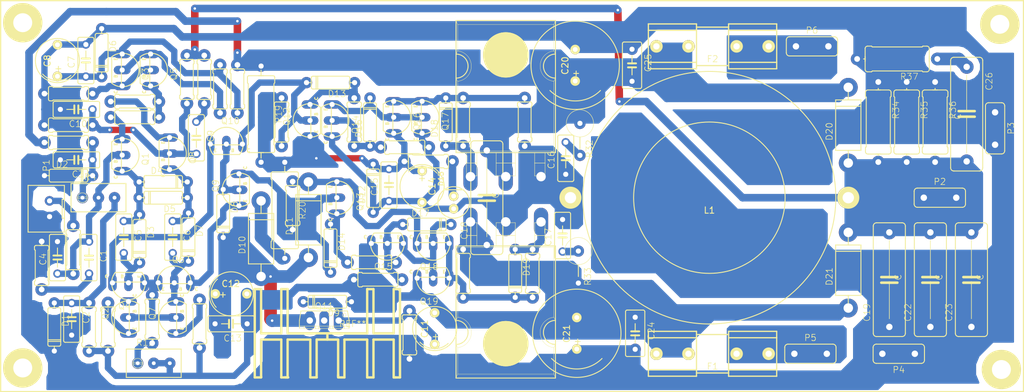
<source format=kicad_pcb>
(kicad_pcb (version 4) (host pcbnew 4.0.0-rc2-stable)
  (layers (0 F.Cu signal) (31 B.Cu signal) (34 B.Paste user hide) (35 F.Paste user hide) (36 B.SilkS user hide) (37 F.SilkS user) (38 B.Mask user hide) (39 F.Mask user hide) (44 Edge.Cuts user hide))
  (net 0 "")
  (net 1 "Net-(C1-Pad1)")
  (net 2 "Net-(C1-Pad2)")
  (net 3 "Net-(C2-Pad1)")
  (net 4 GND)
  (net 5 "Net-(C3-Pad1)")
  (net 6 "Net-(C5-Pad1)")
  (net 7 "Net-(C5-Pad2)")
  (net 8 "Net-(C6-Pad1)")
  (net 9 "Net-(C6-Pad2)")
  (net 10 "Net-(C7-Pad1)")
  (net 11 "Net-(C9-Pad1)")
  (net 12 "Net-(C10-Pad1)")
  (net 13 "Net-(C11-Pad1)")
  (net 14 "Net-(C11-Pad2)")
  (net 15 "Net-(C12-Pad1)")
  (net 16 "Net-(C14-Pad1)")
  (net 17 "Net-(C14-Pad2)")
  (net 18 "Net-(C16-Pad2)")
  (net 19 "Net-(C17-Pad1)")
  (net 20 "Net-(C18-Pad2)")
  (net 21 "Net-(C19-Pad2)")
  (net 22 "Net-(D8-Pad2)")
  (net 23 "Net-(D10-Pad1)")
  (net 24 "Net-(D11-Pad1)")
  (net 25 "Net-(D13-Pad1)")
  (net 26 "Net-(D13-Pad2)")
  (net 27 "Net-(D14-Pad1)")
  (net 28 "Net-(D14-Pad2)")
  (net 29 "Net-(D15-Pad1)")
  (net 30 "Net-(D16-Pad1)")
  (net 31 "Net-(D16-Pad2)")
  (net 32 "Net-(D17-Pad1)")
  (net 33 "Net-(D17-Pad2)")
  (net 34 "Net-(D18-Pad1)")
  (net 35 "Net-(D18-Pad2)")
  (net 36 "Net-(D19-Pad1)")
  (net 37 "Net-(D19-Pad2)")
  (net 38 "Net-(F1-Pad2)")
  (net 39 "Net-(F2-Pad2)")
  (net 40 "Net-(P1-Pad2)")
  (net 41 "Net-(Q1-Pad3)")
  (net 42 "Net-(Q2-Pad2)")
  (net 43 "Net-(Q2-Pad3)")
  (net 44 "Net-(Q3-Pad2)")
  (net 45 "Net-(Q3-Pad1)")
  (net 46 "Net-(Q10-Pad3)")
  (net 47 "Net-(Q5-Pad1)")
  (net 48 "Net-(Q6-Pad1)")
  (net 49 "Net-(Q7-Pad3)")
  (net 50 "Net-(Q8-Pad3)")
  (net 51 "Net-(R11-Pad1)")
  (net 52 "Net-(C26-Pad1)")
  (module resma-other:RS-HOLE-3mm (layer F.Cu) (at 25 25.5)
    (fp_text reference REF** hide)
    (fp_text value VAL hide)
    (pad 1 thru_hole circle (at 0 0) (size 6 6) (drill 3) (layers *.Cu *.Mask F.SilkS))
  )
  (module resma-other:RS-HOLE-3mm (layer F.Cu) (at 25 80.25)
    (fp_text reference REF** hide)
    (fp_text value VAL hide)
    (pad 1 thru_hole circle (at 0 0) (size 6 6) (drill 3) (layers *.Cu *.Mask F.SilkS))
  )
  (module resma-other:RS-HOLE-3mm (layer F.Cu) (at 180 80.5)
    (fp_text reference REF** hide)
    (fp_text value VAL hide)
    (pad 1 thru_hole circle (at 0 0) (size 6 6) (drill 3) (layers *.Cu *.Mask F.SilkS))
  )
  (module resma-RCL:C050-025X075 (layer F.Cu) (at 35.5 62.75 270)
    (fp_text reference C1 (at -0.254 -2.286 270) (layer F.SilkS) (effects (font (thickness 0.1))))
    (fp_text value C)
    (pad 1 thru_hole circle (at -2.54 0 270) (size 1.3208 1.3208) (drill 0.8128) (layers *.Cu *.Mask) (net 1 "Net-(C1-Pad1)"))
    (pad 2 thru_hole circle (at 2.54 0 270) (size 1.3208 1.3208) (drill 0.8128) (layers *.Cu *.Mask) (net 2 "Net-(C1-Pad2)"))
  )
  (module resma-RCL:C050-025X075 (layer F.Cu) (at 32.75 72.5 270)
    (fp_text reference C2 (at -0.254 -2.286 270) (layer F.SilkS) (effects (font (thickness 0.1))))
    (fp_text value C)
    (pad 1 thru_hole circle (at -2.54 0 270) (size 1.3208 1.3208) (drill 0.8128) (layers *.Cu *.Mask) (net 3 "Net-(C2-Pad1)"))
    (pad 2 thru_hole circle (at 2.54 0 270) (size 1.3208 1.3208) (drill 0.8128) (layers *.Cu *.Mask) (net 4 GND))
  )
  (module resma-RCL:C050-025X075 (layer F.Cu) (at 33.5 47.25 180)
    (fp_text reference C3 (at -0.254 -2.286 180) (layer F.SilkS) (effects (font (thickness 0.1))))
    (fp_text value C)
    (pad 1 thru_hole circle (at -2.54 0 180) (size 1.3208 1.3208) (drill 0.8128) (layers *.Cu *.Mask) (net 5 "Net-(C3-Pad1)"))
    (pad 2 thru_hole circle (at 2.54 0 180) (size 1.3208 1.3208) (drill 0.8128) (layers *.Cu *.Mask) (net 4 GND))
  )
  (module resma-RCL:C050-025X075 (layer F.Cu) (at 30.5 62.75 90)
    (fp_text reference C4 (at -0.254 -2.286 90) (layer F.SilkS) (effects (font (thickness 0.1))))
    (fp_text value C)
    (pad 1 thru_hole circle (at -2.54 0 90) (size 1.3208 1.3208) (drill 0.8128) (layers *.Cu *.Mask) (net 1 "Net-(C1-Pad1)"))
    (pad 2 thru_hole circle (at 2.54 0 90) (size 1.3208 1.3208) (drill 0.8128) (layers *.Cu *.Mask) (net 4 GND))
  )
  (module resma-RCL:C050-025X075 (layer F.Cu) (at 41 59.5 270)
    (fp_text reference C5 (at -0.254 -2.286 270) (layer F.SilkS) (effects (font (thickness 0.1))))
    (fp_text value C)
    (pad 1 thru_hole circle (at -2.54 0 270) (size 1.3208 1.3208) (drill 0.8128) (layers *.Cu *.Mask) (net 6 "Net-(C5-Pad1)"))
    (pad 2 thru_hole circle (at 2.54 0 270) (size 1.3208 1.3208) (drill 0.8128) (layers *.Cu *.Mask) (net 7 "Net-(C5-Pad2)"))
  )
  (module resma-RCL:C050-025X075 (layer F.Cu) (at 48.75 59.5 270)
    (fp_text reference C6 (at -0.254 -2.286 270) (layer F.SilkS) (effects (font (thickness 0.1))))
    (fp_text value C)
    (pad 1 thru_hole circle (at -2.54 0 270) (size 1.3208 1.3208) (drill 0.8128) (layers *.Cu *.Mask) (net 8 "Net-(C6-Pad1)"))
    (pad 2 thru_hole circle (at 2.54 0 270) (size 1.3208 1.3208) (drill 0.8128) (layers *.Cu *.Mask) (net 9 "Net-(C6-Pad2)"))
  )
  (module resma-RCL:C050-025X075 (layer F.Cu) (at 35 31.5 90)
    (fp_text reference C7 (at -0.254 -2.286 90) (layer F.SilkS) (effects (font (thickness 0.1))))
    (fp_text value C)
    (pad 1 thru_hole circle (at -2.54 0 90) (size 1.3208 1.3208) (drill 0.8128) (layers *.Cu *.Mask) (net 10 "Net-(C7-Pad1)"))
    (pad 2 thru_hole circle (at 2.54 0 90) (size 1.3208 1.3208) (drill 0.8128) (layers *.Cu *.Mask) (net 4 GND))
  )
  (module resma-RCL:CP_5mm (layer F.Cu) (at 30.5 31.5 270)
    (fp_text reference C8 (at 0.0508 1.6002 270) (layer F.SilkS))
    (fp_text value CP)
    (fp_text user + (at 1.2954 -0.0762 270) (layer F.SilkS))
    (pad 1 thru_hole circle (at 2.5 0 270) (size 1.524 1.524) (drill 0.762) (layers *.Cu *.Mask F.SilkS) (net 10 "Net-(C7-Pad1)"))
    (pad 2 thru_hole circle (at -2.5 0 270) (size 1.524 1.524) (drill 0.762) (layers *.Cu *.Mask F.SilkS) (net 4 GND))
  )
  (module resma-RCL:C050-025X075 (layer F.Cu) (at 52.5 43.75 270)
    (fp_text reference C9 (at -0.254 -2.286 270) (layer F.SilkS) (effects (font (thickness 0.1))))
    (fp_text value C)
    (pad 1 thru_hole circle (at -2.54 0 270) (size 1.3208 1.3208) (drill 0.8128) (layers *.Cu *.Mask) (net 11 "Net-(C9-Pad1)"))
    (pad 2 thru_hole circle (at 2.54 0 270) (size 1.3208 1.3208) (drill 0.8128) (layers *.Cu *.Mask) (net 12 "Net-(C10-Pad1)"))
  )
  (module resma-RCL:C050-025X075 (layer F.Cu) (at 33.5 39.25 180)
    (fp_text reference C10 (at -0.254 -2.286 180) (layer F.SilkS) (effects (font (thickness 0.1))))
    (fp_text value C)
    (pad 1 thru_hole circle (at -2.54 0 180) (size 1.3208 1.3208) (drill 0.8128) (layers *.Cu *.Mask) (net 12 "Net-(C10-Pad1)"))
    (pad 2 thru_hole circle (at 2.54 0 180) (size 1.3208 1.3208) (drill 0.8128) (layers *.Cu *.Mask) (net 4 GND))
  )
  (module resma-RCL:CP_5mm (layer F.Cu) (at 90.25 74 270)
    (fp_text reference C11 (at 0.0508 1.6002 270) (layer F.SilkS))
    (fp_text value CP)
    (fp_text user + (at 1.2954 -0.0762 270) (layer F.SilkS))
    (pad 1 thru_hole circle (at 2.5 0 270) (size 1.524 1.524) (drill 0.762) (layers *.Cu *.Mask F.SilkS) (net 13 "Net-(C11-Pad1)"))
    (pad 2 thru_hole circle (at -2.5 0 270) (size 1.524 1.524) (drill 0.762) (layers *.Cu *.Mask F.SilkS) (net 14 "Net-(C11-Pad2)"))
  )
  (module resma-RCL:CP_5mm (layer F.Cu) (at 58 68.5 180)
    (fp_text reference C12 (at 0.0508 1.6002 180) (layer F.SilkS))
    (fp_text value CP)
    (fp_text user + (at 1.2954 -0.0762 180) (layer F.SilkS))
    (pad 1 thru_hole circle (at 2.5 0 180) (size 1.524 1.524) (drill 0.762) (layers *.Cu *.Mask F.SilkS) (net 15 "Net-(C12-Pad1)"))
    (pad 2 thru_hole circle (at -2.5 0 180) (size 1.524 1.524) (drill 0.762) (layers *.Cu *.Mask F.SilkS) (net 14 "Net-(C11-Pad2)"))
  )
  (module resma-RCL:C050-025X075 (layer F.Cu) (at 58 73.25 180)
    (fp_text reference C13 (at -0.254 -2.286 180) (layer F.SilkS) (effects (font (thickness 0.1))))
    (fp_text value C)
    (pad 1 thru_hole circle (at -2.54 0 180) (size 1.3208 1.3208) (drill 0.8128) (layers *.Cu *.Mask) (net 14 "Net-(C11-Pad2)"))
    (pad 2 thru_hole circle (at 2.54 0 180) (size 1.3208 1.3208) (drill 0.8128) (layers *.Cu *.Mask) (net 15 "Net-(C12-Pad1)"))
  )
  (module resma-RCL:CP_5mm (layer F.Cu) (at 88.25 51.5 90)
    (fp_text reference C14 (at 0.0508 1.6002 90) (layer F.SilkS))
    (fp_text value CP)
    (fp_text user + (at 1.2954 -0.0762 90) (layer F.SilkS))
    (pad 1 thru_hole circle (at 2.5 0 90) (size 1.524 1.524) (drill 0.762) (layers *.Cu *.Mask F.SilkS) (net 16 "Net-(C14-Pad1)"))
    (pad 2 thru_hole circle (at -2.5 0 90) (size 1.524 1.524) (drill 0.762) (layers *.Cu *.Mask F.SilkS) (net 17 "Net-(C14-Pad2)"))
  )
  (module resma-RCL:C050-025X075 (layer F.Cu) (at 83 51.25 90)
    (fp_text reference C15 (at -0.254 -2.286 90) (layer F.SilkS) (effects (font (thickness 0.1))))
    (fp_text value C)
    (pad 1 thru_hole circle (at -2.54 0 90) (size 1.3208 1.3208) (drill 0.8128) (layers *.Cu *.Mask) (net 17 "Net-(C14-Pad2)"))
    (pad 2 thru_hole circle (at 2.54 0 90) (size 1.3208 1.3208) (drill 0.8128) (layers *.Cu *.Mask) (net 16 "Net-(C14-Pad1)"))
  )
  (module resma-RCL:C050-025X075 (layer F.Cu) (at 111 47 90)
    (fp_text reference C16 (at -0.254 -2.286 90) (layer F.SilkS) (effects (font (thickness 0.1))))
    (fp_text value C)
    (pad 1 thru_hole circle (at -2.54 0 90) (size 1.3208 1.3208) (drill 0.8128) (layers *.Cu *.Mask) (net 17 "Net-(C14-Pad2)"))
    (pad 2 thru_hole circle (at 2.54 0 90) (size 1.3208 1.3208) (drill 0.8128) (layers *.Cu *.Mask) (net 18 "Net-(C16-Pad2)"))
  )
  (module resma-RCL:C050-025X075 (layer F.Cu) (at 110.5 59.25 90)
    (fp_text reference C17 (at -0.254 -2.286 90) (layer F.SilkS) (effects (font (thickness 0.1))))
    (fp_text value C)
    (pad 1 thru_hole circle (at -2.54 0 90) (size 1.3208 1.3208) (drill 0.8128) (layers *.Cu *.Mask) (net 19 "Net-(C17-Pad1)"))
    (pad 2 thru_hole circle (at 2.54 0 90) (size 1.3208 1.3208) (drill 0.8128) (layers *.Cu *.Mask) (net 17 "Net-(C14-Pad2)"))
  )
  (module resma-RCL:C-X2-150-054X183 (layer F.Cu) (at 98.5 53.25 90)
    (fp_text reference C18 (at -5.207 -3.556 90) (layer F.SilkS) (effects (font (size 1.00076 1.00076) (thickness 0.0889))))
    (fp_text value C (at 0.381 1.397 90) (layer F.SilkS) (effects (font (size 1.00076 1.00076) (thickness 0.0889))))
    (pad 1 thru_hole circle (at -7.493 0 90) (size 2.19964 2.19964) (drill 1.016) (layers *.Cu *.Mask) (net 14 "Net-(C11-Pad2)"))
    (pad 2 thru_hole circle (at 7.493 0 90) (size 2.19964 2.19964) (drill 1.016) (layers *.Cu *.Mask) (net 20 "Net-(C18-Pad2)"))
  )
  (module resma-RCL:C-X2-150-054X183 (layer F.Cu) (at 162.25 66.25 90)
    (fp_text reference C19 (at -5.207 -3.556 90) (layer F.SilkS) (effects (font (size 1.00076 1.00076) (thickness 0.0889))))
    (fp_text value C (at 0.381 1.397 90) (layer F.SilkS) (effects (font (size 1.00076 1.00076) (thickness 0.0889))))
    (pad 1 thru_hole circle (at -7.493 0 90) (size 2.19964 2.19964) (drill 1.016) (layers *.Cu *.Mask) (net 4 GND))
    (pad 2 thru_hole circle (at 7.493 0 90) (size 2.19964 2.19964) (drill 1.016) (layers *.Cu *.Mask) (net 21 "Net-(C19-Pad2)"))
  )
  (module resma-RCL:CP_5mm_14mm (layer F.Cu) (at 112.5 32.25 270)
    (fp_text reference C20 (at 0.0508 1.6002 270) (layer F.SilkS))
    (fp_text value CP)
    (fp_text user + (at 1.2954 -0.0762 270) (layer F.SilkS))
    (pad 1 thru_hole circle (at 2.5 0 270) (size 1.524 1.524) (drill 0.762) (layers *.Cu *.Mask F.SilkS) (net 20 "Net-(C18-Pad2)"))
    (pad 2 thru_hole circle (at -2.5 0 270) (size 1.524 1.524) (drill 0.762) (layers *.Cu *.Mask F.SilkS) (net 4 GND))
  )
  (module resma-RCL:CP_5mm_14mm (layer F.Cu) (at 112.75 74.75 270)
    (fp_text reference C21 (at 0.0508 1.6002 270) (layer F.SilkS))
    (fp_text value CP)
    (fp_text user + (at 1.2954 -0.0762 270) (layer F.SilkS))
    (pad 1 thru_hole circle (at 2.5 0 270) (size 1.524 1.524) (drill 0.762) (layers *.Cu *.Mask F.SilkS) (net 4 GND))
    (pad 2 thru_hole circle (at -2.5 0 270) (size 1.524 1.524) (drill 0.762) (layers *.Cu *.Mask F.SilkS) (net 14 "Net-(C11-Pad2)"))
  )
  (module resma-RCL:C-X2-150-054X183 (layer F.Cu) (at 168.75 66.25 90)
    (fp_text reference C22 (at -5.207 -3.556 90) (layer F.SilkS) (effects (font (size 1.00076 1.00076) (thickness 0.0889))))
    (fp_text value C (at 0.381 1.397 90) (layer F.SilkS) (effects (font (size 1.00076 1.00076) (thickness 0.0889))))
    (pad 1 thru_hole circle (at -7.493 0 90) (size 2.19964 2.19964) (drill 1.016) (layers *.Cu *.Mask) (net 4 GND))
    (pad 2 thru_hole circle (at 7.493 0 90) (size 2.19964 2.19964) (drill 1.016) (layers *.Cu *.Mask) (net 21 "Net-(C19-Pad2)"))
  )
  (module resma-RCL:C-X2-150-054X183 (layer F.Cu) (at 175.25 66.25 90)
    (fp_text reference C23 (at -5.207 -3.556 90) (layer F.SilkS) (effects (font (size 1.00076 1.00076) (thickness 0.0889))))
    (fp_text value C (at 0.381 1.397 90) (layer F.SilkS) (effects (font (size 1.00076 1.00076) (thickness 0.0889))))
    (pad 1 thru_hole circle (at -7.493 0 90) (size 2.19964 2.19964) (drill 1.016) (layers *.Cu *.Mask) (net 4 GND))
    (pad 2 thru_hole circle (at 7.493 0 90) (size 2.19964 2.19964) (drill 1.016) (layers *.Cu *.Mask) (net 21 "Net-(C19-Pad2)"))
  )
  (module resma-RCL:C050-030X075 (layer F.Cu) (at 122 74.75 270)
    (fp_text reference C24 (at -0.381 -2.54 270) (layer F.SilkS) (effects (font (thickness 0.1))))
    (fp_text value C)
    (pad 1 thru_hole circle (at -2.54 0 270) (size 1.8 1.8) (drill 0.8128) (layers *.Cu *.Mask) (net 14 "Net-(C11-Pad2)"))
    (pad 2 thru_hole circle (at 2.54 0 270) (size 1.8 1.8) (drill 0.8128) (layers *.Cu *.Mask) (net 4 GND))
  )
  (module resma-RCL:C050-030X075 (layer F.Cu) (at 121.5 32.25 270)
    (fp_text reference C25 (at -0.381 -2.54 270) (layer F.SilkS) (effects (font (thickness 0.1))))
    (fp_text value C)
    (pad 1 thru_hole circle (at -2.54 0 270) (size 1.8 1.8) (drill 0.8128) (layers *.Cu *.Mask) (net 4 GND))
    (pad 2 thru_hole circle (at 2.54 0 270) (size 1.8 1.8) (drill 0.8128) (layers *.Cu *.Mask) (net 20 "Net-(C18-Pad2)"))
  )
  (module resma-diode:DIODE_7.62mm (layer F.Cu) (at 30 73.75 270)
    (fp_text reference D1 (at -1.016 -1.778 270) (layer F.SilkS) (effects (font (thickness 0.1))))
    (fp_text value D_Schottky)
    (pad 1 thru_hole circle (at 3.81 0 270) (size 1.8 1.8) (drill 0.8128) (layers *.Cu *.Mask) (net 4 GND))
    (pad 2 thru_hole circle (at -3.81 0 270) (size 1.8 1.8) (drill 0.8128) (layers *.Cu *.Mask) (net 3 "Net-(C2-Pad1)"))
  )
  (module resma-diode:DIODE_7.62mm (layer F.Cu) (at 32.25 49.75)
    (fp_text reference D2 (at -1.016 -1.778) (layer F.SilkS) (effects (font (thickness 0.1))))
    (fp_text value D_Schottky)
    (pad 1 thru_hole circle (at 3.81 0) (size 1.8 1.8) (drill 0.8128) (layers *.Cu *.Mask) (net 5 "Net-(C3-Pad1)"))
    (pad 2 thru_hole circle (at -3.81 0) (size 1.8 1.8) (drill 0.8128) (layers *.Cu *.Mask) (net 4 GND))
  )
  (module resma-diode:DIODE_7.62mm (layer F.Cu) (at 43.5 59.75 270)
    (fp_text reference D3 (at -1.016 -1.778 270) (layer F.SilkS) (effects (font (thickness 0.1))))
    (fp_text value D)
    (pad 1 thru_hole circle (at 3.81 0 270) (size 1.8 1.8) (drill 0.8128) (layers *.Cu *.Mask) (net 7 "Net-(C5-Pad2)"))
    (pad 2 thru_hole circle (at -3.81 0 270) (size 1.8 1.8) (drill 0.8128) (layers *.Cu *.Mask) (net 6 "Net-(C5-Pad1)"))
  )
  (module resma-diode:DIODE_7.62mm (layer F.Cu) (at 47.25 50.75)
    (fp_text reference D4 (at -1.016 -1.778) (layer F.SilkS) (effects (font (thickness 0.1))))
    (fp_text value D)
    (pad 1 thru_hole circle (at 3.81 0) (size 1.8 1.8) (drill 0.8128) (layers *.Cu *.Mask) (net 8 "Net-(C6-Pad1)"))
    (pad 2 thru_hole circle (at -3.81 0) (size 1.8 1.8) (drill 0.8128) (layers *.Cu *.Mask) (net 6 "Net-(C5-Pad1)"))
  )
  (module resma-diode:DIODE_7.62mm (layer F.Cu) (at 47.25 53.25 180)
    (fp_text reference D5 (at -1.016 -1.778 180) (layer F.SilkS) (effects (font (thickness 0.1))))
    (fp_text value D)
    (pad 1 thru_hole circle (at 3.81 0 180) (size 1.8 1.8) (drill 0.8128) (layers *.Cu *.Mask) (net 6 "Net-(C5-Pad1)"))
    (pad 2 thru_hole circle (at -3.81 0 180) (size 1.8 1.8) (drill 0.8128) (layers *.Cu *.Mask) (net 8 "Net-(C6-Pad1)"))
  )
  (module resma-diode:DIODE_7.62mm (layer F.Cu) (at 37.5 30.25 270)
    (fp_text reference D6 (at -1.016 -1.778 270) (layer F.SilkS) (effects (font (thickness 0.1))))
    (fp_text value D_Schottky)
    (pad 1 thru_hole circle (at 3.81 0 270) (size 1.8 1.8) (drill 0.8128) (layers *.Cu *.Mask) (net 10 "Net-(C7-Pad1)"))
    (pad 2 thru_hole circle (at -3.81 0 270) (size 1.8 1.8) (drill 0.8128) (layers *.Cu *.Mask) (net 4 GND))
  )
  (module resma-diode:DIODE_7.62mm (layer F.Cu) (at 51.25 59.5 270)
    (fp_text reference D7 (at -1.016 -1.778 270) (layer F.SilkS) (effects (font (thickness 0.1))))
    (fp_text value D)
    (pad 1 thru_hole circle (at 3.81 0 270) (size 1.8 1.8) (drill 0.8128) (layers *.Cu *.Mask) (net 9 "Net-(C6-Pad2)"))
    (pad 2 thru_hole circle (at -3.81 0 270) (size 1.8 1.8) (drill 0.8128) (layers *.Cu *.Mask) (net 8 "Net-(C6-Pad1)"))
  )
  (module resma-diode:DIODE_7.62mm (layer F.Cu) (at 56.75 55.75 270)
    (fp_text reference D8 (at -1.016 -1.778 270) (layer F.SilkS) (effects (font (thickness 0.1))))
    (fp_text value D_Schottky)
    (pad 1 thru_hole circle (at 3.81 0 270) (size 1.8 1.8) (drill 0.8128) (layers *.Cu *.Mask) (net 15 "Net-(C12-Pad1)"))
    (pad 2 thru_hole circle (at -3.81 0 270) (size 1.8 1.8) (drill 0.8128) (layers *.Cu *.Mask) (net 22 "Net-(D8-Pad2)"))
  )
  (module resma-diode:DIODE_7.62mm (layer F.Cu) (at 73.25 69.75 180)
    (fp_text reference D9 (at -1.016 -1.778 180) (layer F.SilkS) (effects (font (thickness 0.1))))
    (fp_text value D_Schottky)
    (pad 1 thru_hole circle (at 3.81 0 180) (size 1.8 1.8) (drill 0.8128) (layers *.Cu *.Mask) (net 13 "Net-(C11-Pad1)"))
    (pad 2 thru_hole circle (at -3.81 0 180) (size 1.8 1.8) (drill 0.8128) (layers *.Cu *.Mask) (net 14 "Net-(C11-Pad2)"))
  )
  (module resma-diode:DIODE_7.62mm (layer F.Cu) (at 80.5 51.75 90)
    (fp_text reference D12 (at -1.016 -1.778 90) (layer F.SilkS) (effects (font (thickness 0.1))))
    (fp_text value D_Schottky)
    (pad 1 thru_hole circle (at 3.81 0 90) (size 1.8 1.8) (drill 0.8128) (layers *.Cu *.Mask) (net 16 "Net-(C14-Pad1)"))
    (pad 2 thru_hole circle (at -3.81 0 90) (size 1.8 1.8) (drill 0.8128) (layers *.Cu *.Mask) (net 17 "Net-(C14-Pad2)"))
  )
  (module resma-diode:DIODE_7.62mm (layer F.Cu) (at 73.75 35 180)
    (fp_text reference D13 (at -1.016 -1.778 180) (layer F.SilkS) (effects (font (thickness 0.1))))
    (fp_text value D)
    (pad 1 thru_hole circle (at 3.81 0 180) (size 1.8 1.8) (drill 0.8128) (layers *.Cu *.Mask) (net 25 "Net-(D13-Pad1)"))
    (pad 2 thru_hole circle (at -3.81 0 180) (size 1.8 1.8) (drill 0.8128) (layers *.Cu *.Mask) (net 26 "Net-(D13-Pad2)"))
  )
  (module resma-diode:DIODE_7.62mm (layer F.Cu) (at 73.75 61.25 270)
    (fp_text reference D14 (at -1.016 -1.778 270) (layer F.SilkS) (effects (font (thickness 0.1))))
    (fp_text value D)
    (pad 1 thru_hole circle (at 3.81 0 270) (size 1.8 1.8) (drill 0.8128) (layers *.Cu *.Mask) (net 27 "Net-(D14-Pad1)"))
    (pad 2 thru_hole circle (at -3.81 0 270) (size 1.8 1.8) (drill 0.8128) (layers *.Cu *.Mask) (net 28 "Net-(D14-Pad2)"))
  )
  (module resma-diode:LED (layer F.Cu) (at 93.25 54 90)
    (fp_text reference D15 (at 3.75 -2 90) (layer F.SilkS) (effects (font (size 0.8 0.8))))
    (fp_text value Led_Small)
    (pad 1 thru_hole circle (at 1 0 90) (size 1.524 1.524) (drill 0.762) (layers *.Cu *.Mask F.SilkS) (net 29 "Net-(D15-Pad1)"))
    (pad 2 thru_hole circle (at -1 0 90) (size 1.524 1.524) (drill 0.762) (layers *.Cu *.Mask F.SilkS) (net 17 "Net-(C14-Pad2)"))
  )
  (module resma-diode:DIODE_7.62mm (layer F.Cu) (at 89 57.5)
    (fp_text reference D17 (at -1.016 -1.778) (layer F.SilkS) (effects (font (thickness 0.1))))
    (fp_text value D)
    (pad 1 thru_hole circle (at 3.81 0) (size 1.8 1.8) (drill 0.8128) (layers *.Cu *.Mask) (net 32 "Net-(D17-Pad1)"))
    (pad 2 thru_hole circle (at -3.81 0) (size 1.8 1.8) (drill 0.8128) (layers *.Cu *.Mask) (net 33 "Net-(D17-Pad2)"))
  )
  (module resma-diode:DIODE_7.62mm (layer F.Cu) (at 92 41.25 90)
    (fp_text reference D18 (at -1.016 -1.778 90) (layer F.SilkS) (effects (font (thickness 0.1))))
    (fp_text value D)
    (pad 1 thru_hole circle (at 3.81 0 90) (size 1.8 1.8) (drill 0.8128) (layers *.Cu *.Mask) (net 34 "Net-(D18-Pad1)"))
    (pad 2 thru_hole circle (at -3.81 0 90) (size 1.8 1.8) (drill 0.8128) (layers *.Cu *.Mask) (net 35 "Net-(D18-Pad2)"))
  )
  (module resma-diode:DIODE_7.62mm (layer F.Cu) (at 103 65.25 270)
    (fp_text reference D19 (at -1.016 -1.778 270) (layer F.SilkS) (effects (font (thickness 0.1))))
    (fp_text value D)
    (pad 1 thru_hole circle (at 3.81 0 270) (size 1.8 1.8) (drill 0.8128) (layers *.Cu *.Mask) (net 36 "Net-(D19-Pad1)"))
    (pad 2 thru_hole circle (at -3.81 0 270) (size 1.8 1.8) (drill 0.8128) (layers *.Cu *.Mask) (net 37 "Net-(D19-Pad2)"))
  )
  (module resma-other:Fuse-holder1 (layer F.Cu) (at 134.25 78)
    (fp_text reference F1 (at 0 2) (layer F.SilkS) (effects (font (thickness 0.1))))
    (fp_text value FUSE)
    (pad 1 thru_hole circle (at -8.89 0) (size 1.99898 1.99898) (drill 1.00076) (layers *.Cu *.Mask F.SilkS) (net 14 "Net-(C11-Pad2)"))
    (pad 1 thru_hole circle (at -3.81 0) (size 1.99898 1.99898) (drill 1.00076) (layers *.Cu *.Mask F.SilkS) (net 14 "Net-(C11-Pad2)"))
    (pad 2 thru_hole circle (at 3.81 0) (size 1.99898 1.99898) (drill 1.00076) (layers *.Cu *.Mask F.SilkS) (net 38 "Net-(F1-Pad2)"))
    (pad 2 thru_hole circle (at 8.89 0) (size 1.99898 1.99898) (drill 1.00076) (layers *.Cu *.Mask F.SilkS) (net 38 "Net-(F1-Pad2)"))
  )
  (module resma-other:Fuse-holder1 (layer F.Cu) (at 134.25 29.25)
    (fp_text reference F2 (at 0 2) (layer F.SilkS) (effects (font (thickness 0.1))))
    (fp_text value FUSE)
    (pad 1 thru_hole circle (at -8.89 0) (size 1.99898 1.99898) (drill 1.00076) (layers *.Cu *.Mask F.SilkS) (net 20 "Net-(C18-Pad2)"))
    (pad 1 thru_hole circle (at -3.81 0) (size 1.99898 1.99898) (drill 1.00076) (layers *.Cu *.Mask F.SilkS) (net 20 "Net-(C18-Pad2)"))
    (pad 2 thru_hole circle (at 3.81 0) (size 1.99898 1.99898) (drill 1.00076) (layers *.Cu *.Mask F.SilkS) (net 39 "Net-(F2-Pad2)"))
    (pad 2 thru_hole circle (at 8.89 0) (size 1.99898 1.99898) (drill 1.00076) (layers *.Cu *.Mask F.SilkS) (net 39 "Net-(F2-Pad2)"))
  )
  (module resma-connector_header:CON-XH-2pin (layer F.Cu) (at 29.25 55 90)
    (fp_text reference P1 (at 6.858 -0.508 90) (layer F.SilkS) (effects (font (thickness 0.1))))
    (fp_text value IN)
    (pad 1 thru_hole circle (at -1.24968 0 90) (size 1.524 1.524) (drill 0.8128) (layers *.Cu *.Mask) (net 4 GND))
    (pad 2 thru_hole circle (at 1.24968 0 90) (size 1.524 1.524) (drill 0.8128) (layers *.Cu *.Mask) (net 40 "Net-(P1-Pad2)"))
  )
  (module resma-connector_header:SKUN_TAB_PCB (layer F.Cu) (at 170.25 53.25)
    (fp_text reference P2 (at 0 -2.54) (layer F.SilkS) (effects (font (thickness 0.1))))
    (fp_text value CONN_01X01)
    (pad 1 thru_hole circle (at -2.54 0) (size 1.80086 1.80086) (drill 1.016) (layers *.Cu *.Mask) (net 21 "Net-(C19-Pad2)"))
    (pad 1 thru_hole circle (at 2.6 0) (size 1.80086 1.80086) (drill 1.016) (layers *.Cu *.Mask) (net 21 "Net-(C19-Pad2)"))
  )
  (module resma-connector_header:SKUN_TAB_PCB (layer F.Cu) (at 179 42.25 270)
    (fp_text reference P3 (at 0 -2.54 270) (layer F.SilkS) (effects (font (thickness 0.1))))
    (fp_text value CONN_01X01)
    (pad 1 thru_hole circle (at -2.54 0 270) (size 1.80086 1.80086) (drill 1.016) (layers *.Cu *.Mask) (net 4 GND))
    (pad 1 thru_hole circle (at 2.6 0 270) (size 1.80086 1.80086) (drill 1.016) (layers *.Cu *.Mask) (net 4 GND))
  )
  (module resma-connector_header:SKUN_TAB_PCB (layer F.Cu) (at 163.75 78 180)
    (fp_text reference P4 (at 0 -2.54 180) (layer F.SilkS) (effects (font (thickness 0.1))))
    (fp_text value CONN_01X01)
    (pad 1 thru_hole circle (at -2.54 0 180) (size 1.80086 1.80086) (drill 1.016) (layers *.Cu *.Mask) (net 4 GND))
    (pad 1 thru_hole circle (at 2.6 0 180) (size 1.80086 1.80086) (drill 1.016) (layers *.Cu *.Mask) (net 4 GND))
  )
  (module resma-connector_header:SKUN_TAB_PCB (layer F.Cu) (at 149.75 78)
    (fp_text reference P5 (at 0 -2.54) (layer F.SilkS) (effects (font (thickness 0.1))))
    (fp_text value CONN_01X01)
    (pad 1 thru_hole circle (at -2.54 0) (size 1.80086 1.80086) (drill 1.016) (layers *.Cu *.Mask) (net 38 "Net-(F1-Pad2)"))
    (pad 1 thru_hole circle (at 2.6 0) (size 1.80086 1.80086) (drill 1.016) (layers *.Cu *.Mask) (net 38 "Net-(F1-Pad2)"))
  )
  (module resma-connector_header:SKUN_TAB_PCB (layer F.Cu) (at 150 29.25)
    (fp_text reference P6 (at 0 -2.54) (layer F.SilkS) (effects (font (thickness 0.1))))
    (fp_text value CONN_01X01)
    (pad 1 thru_hole circle (at -2.54 0) (size 1.80086 1.80086) (drill 1.016) (layers *.Cu *.Mask) (net 39 "Net-(F2-Pad2)"))
    (pad 1 thru_hole circle (at 2.6 0) (size 1.80086 1.80086) (drill 1.016) (layers *.Cu *.Mask) (net 39 "Net-(F2-Pad2)"))
  )
  (module resma-transistor:TO92-321_EBC (layer F.Cu) (at 40.75 46.5 270)
    (fp_text reference Q1 (at 0.635 -3.683 270) (layer F.SilkS) (effects (font (thickness 0.1))))
    (fp_text value BC557)
    (fp_text user C (at 3.5 1 270) (layer F.SilkS) (effects (font (size 0.5 0.5) (thickness 0.125))))
    (fp_text user B (at 1 1 270) (layer F.SilkS) (effects (font (size 0.5 0.5) (thickness 0.125))))
    (fp_text user E (at -1.75 1 270) (layer F.SilkS) (effects (font (size 0.5 0.5) (thickness 0.125))))
    (pad 2 thru_hole oval (at 0 0 270) (size 1.3208 2.6416) (drill 0.8128) (layers *.Cu *.Mask) (net 1 "Net-(C1-Pad1)"))
    (pad 3 thru_hole oval (at -2.54 0 270) (size 1.3208 2.6416) (drill 0.8128) (layers *.Cu *.Mask) (net 41 "Net-(Q1-Pad3)"))
    (pad 1 thru_hole oval (at 2.54 0 270) (size 1.3208 2.6416) (drill 0.8128) (layers *.Cu *.Mask) (net 6 "Net-(C5-Pad1)"))
  )
  (module resma-transistor:TO92-321_EBC (layer F.Cu) (at 41.75 72.25 90)
    (fp_text reference Q2 (at 0.635 -3.683 90) (layer F.SilkS) (effects (font (thickness 0.1))))
    (fp_text value BC547)
    (fp_text user C (at 3.5 1 90) (layer F.SilkS) (effects (font (size 0.5 0.5) (thickness 0.125))))
    (fp_text user B (at 1 1 90) (layer F.SilkS) (effects (font (size 0.5 0.5) (thickness 0.125))))
    (fp_text user E (at -1.75 1 90) (layer F.SilkS) (effects (font (size 0.5 0.5) (thickness 0.125))))
    (pad 2 thru_hole oval (at 0 0 90) (size 1.3208 2.6416) (drill 0.8128) (layers *.Cu *.Mask) (net 42 "Net-(Q2-Pad2)"))
    (pad 3 thru_hole oval (at -2.54 0 90) (size 1.3208 2.6416) (drill 0.8128) (layers *.Cu *.Mask) (net 43 "Net-(Q2-Pad3)"))
    (pad 1 thru_hole oval (at 2.54 0 90) (size 1.3208 2.6416) (drill 0.8128) (layers *.Cu *.Mask) (net 7 "Net-(C5-Pad2)"))
  )
  (module resma-transistor:TO92-321_EBC (layer F.Cu) (at 40.75 33 270)
    (fp_text reference Q3 (at 0.635 -3.683 270) (layer F.SilkS) (effects (font (thickness 0.1))))
    (fp_text value BC557)
    (fp_text user C (at 3.5 1 270) (layer F.SilkS) (effects (font (size 0.5 0.5) (thickness 0.125))))
    (fp_text user B (at 1 1 270) (layer F.SilkS) (effects (font (size 0.5 0.5) (thickness 0.125))))
    (fp_text user E (at -1.75 1 270) (layer F.SilkS) (effects (font (size 0.5 0.5) (thickness 0.125))))
    (pad 2 thru_hole oval (at 0 0 270) (size 1.3208 2.6416) (drill 0.8128) (layers *.Cu *.Mask) (net 44 "Net-(Q3-Pad2)"))
    (pad 3 thru_hole oval (at -2.54 0 270) (size 1.3208 2.6416) (drill 0.8128) (layers *.Cu *.Mask) (net 10 "Net-(C7-Pad1)"))
    (pad 1 thru_hole oval (at 2.54 0 270) (size 1.3208 2.6416) (drill 0.8128) (layers *.Cu *.Mask) (net 45 "Net-(Q3-Pad1)"))
  )
  (module resma-transistor:TO92-321_EBC (layer F.Cu) (at 41.75 66.75 180)
    (fp_text reference Q4 (at 0.635 -3.683 180) (layer F.SilkS) (effects (font (thickness 0.1))))
    (fp_text value BC547)
    (fp_text user C (at 3.5 1 180) (layer F.SilkS) (effects (font (size 0.5 0.5) (thickness 0.125))))
    (fp_text user B (at 1 1 180) (layer F.SilkS) (effects (font (size 0.5 0.5) (thickness 0.125))))
    (fp_text user E (at -1.75 1 270) (layer F.SilkS) (effects (font (size 0.5 0.5) (thickness 0.125))))
    (pad 2 thru_hole oval (at 0 0 180) (size 1.3208 2.6416) (drill 0.8128) (layers *.Cu *.Mask) (net 7 "Net-(C5-Pad2)"))
    (pad 3 thru_hole oval (at -2.54 0 180) (size 1.3208 2.6416) (drill 0.8128) (layers *.Cu *.Mask) (net 42 "Net-(Q2-Pad2)"))
    (pad 1 thru_hole oval (at 2.54 0 180) (size 1.3208 2.6416) (drill 0.8128) (layers *.Cu *.Mask) (net 46 "Net-(Q10-Pad3)"))
  )
  (module resma-transistor:TO92-321_EBC (layer F.Cu) (at 45.25 33 270)
    (fp_text reference Q5 (at 0.635 -3.683 270) (layer F.SilkS) (effects (font (thickness 0.1))))
    (fp_text value BC557)
    (fp_text user C (at 3.5 1 270) (layer F.SilkS) (effects (font (size 0.5 0.5) (thickness 0.125))))
    (fp_text user B (at 1 1 360) (layer F.SilkS) (effects (font (size 0.5 0.5) (thickness 0.125))))
    (fp_text user E (at -1.75 1 270) (layer F.SilkS) (effects (font (size 0.5 0.5) (thickness 0.125))))
    (pad 2 thru_hole oval (at 0 0 270) (size 1.3208 2.6416) (drill 0.8128) (layers *.Cu *.Mask) (net 45 "Net-(Q3-Pad1)"))
    (pad 3 thru_hole oval (at -2.54 0 270) (size 1.3208 2.6416) (drill 0.8128) (layers *.Cu *.Mask) (net 44 "Net-(Q3-Pad2)"))
    (pad 1 thru_hole oval (at 2.54 0 270) (size 1.3208 2.6416) (drill 0.8128) (layers *.Cu *.Mask) (net 47 "Net-(Q5-Pad1)"))
  )
  (module resma-transistor:TO92-321_EBC (layer F.Cu) (at 49 66.75)
    (fp_text reference Q6 (at 0.635 -3.683) (layer F.SilkS) (effects (font (thickness 0.1))))
    (fp_text value BC547)
    (fp_text user C (at 3.5 1) (layer F.SilkS) (effects (font (size 0.5 0.5) (thickness 0.125))))
    (fp_text user B (at 1 1) (layer F.SilkS) (effects (font (size 0.5 0.5) (thickness 0.125))))
    (fp_text user E (at -1.75 1) (layer F.SilkS) (effects (font (size 0.5 0.5) (thickness 0.125))))
    (pad 2 thru_hole oval (at 0 0) (size 1.3208 2.6416) (drill 0.8128) (layers *.Cu *.Mask) (net 9 "Net-(C6-Pad2)"))
    (pad 3 thru_hole oval (at -2.54 0) (size 1.3208 2.6416) (drill 0.8128) (layers *.Cu *.Mask) (net 42 "Net-(Q2-Pad2)"))
    (pad 1 thru_hole oval (at 2.54 0) (size 1.3208 2.6416) (drill 0.8128) (layers *.Cu *.Mask) (net 48 "Net-(Q6-Pad1)"))
  )
  (module resma-transistor:TO92-321_EBC (layer F.Cu) (at 49.25 72.25 90)
    (fp_text reference Q7 (at 0.635 -3.683 90) (layer F.SilkS) (effects (font (thickness 0.1))))
    (fp_text value BC547)
    (fp_text user C (at 3.5 1 90) (layer F.SilkS) (effects (font (size 0.5 0.5) (thickness 0.125))))
    (fp_text user B (at 1 1 90) (layer F.SilkS) (effects (font (size 0.5 0.5) (thickness 0.125))))
    (fp_text user E (at -1.75 1 90) (layer F.SilkS) (effects (font (size 0.5 0.5) (thickness 0.125))))
    (pad 2 thru_hole oval (at 0 0 90) (size 1.3208 2.6416) (drill 0.8128) (layers *.Cu *.Mask) (net 42 "Net-(Q2-Pad2)"))
    (pad 3 thru_hole oval (at -2.54 0 90) (size 1.3208 2.6416) (drill 0.8128) (layers *.Cu *.Mask) (net 49 "Net-(Q7-Pad3)"))
    (pad 1 thru_hole oval (at 2.54 0 90) (size 1.3208 2.6416) (drill 0.8128) (layers *.Cu *.Mask) (net 9 "Net-(C6-Pad2)"))
  )
  (module resma-transistor:TO92-321_EBC (layer F.Cu) (at 48.25 46.25 270)
    (fp_text reference Q8 (at 0.635 -3.683 270) (layer F.SilkS) (effects (font (thickness 0.1))))
    (fp_text value BC557)
    (fp_text user C (at 3.5 1 270) (layer F.SilkS) (effects (font (size 0.5 0.5) (thickness 0.125))))
    (fp_text user B (at 1 1 270) (layer F.SilkS) (effects (font (size 0.5 0.5) (thickness 0.125))))
    (fp_text user E (at -1.75 1 270) (layer F.SilkS) (effects (font (size 0.5 0.5) (thickness 0.125))))
    (pad 2 thru_hole oval (at 0 0 270) (size 1.3208 2.6416) (drill 0.8128) (layers *.Cu *.Mask) (net 12 "Net-(C10-Pad1)"))
    (pad 3 thru_hole oval (at -2.54 0 270) (size 1.3208 2.6416) (drill 0.8128) (layers *.Cu *.Mask) (net 50 "Net-(Q8-Pad3)"))
    (pad 1 thru_hole oval (at 2.54 0 270) (size 1.3208 2.6416) (drill 0.8128) (layers *.Cu *.Mask) (net 8 "Net-(C6-Pad1)"))
  )
  (module resma-transistor:TO92-321_EBC (layer F.Cu) (at 59.25 52 90)
    (fp_text reference Q9 (at 0.635 -3.683 90) (layer F.SilkS) (effects (font (thickness 0.1))))
    (fp_text value BC547)
    (fp_text user C (at 3.5 1 90) (layer F.SilkS) (effects (font (size 0.5 0.5) (thickness 0.125))))
    (fp_text user B (at 1 1 90) (layer F.SilkS) (effects (font (size 0.5 0.5) (thickness 0.125))))
    (fp_text user E (at -1.75 1 90) (layer F.SilkS) (effects (font (size 0.5 0.5) (thickness 0.125))))
    (pad 2 thru_hole oval (at 0 0 90) (size 1.3208 2.6416) (drill 0.8128) (layers *.Cu *.Mask) (net 22 "Net-(D8-Pad2)"))
    (pad 3 thru_hole oval (at -2.54 0 90) (size 1.3208 2.6416) (drill 0.8128) (layers *.Cu *.Mask) (net 48 "Net-(Q6-Pad1)"))
    (pad 1 thru_hole oval (at 2.54 0 90) (size 1.3208 2.6416) (drill 0.8128) (layers *.Cu *.Mask) (net 27 "Net-(D14-Pad1)"))
  )
  (module resma-transistor:TO92-321_EBC (layer F.Cu) (at 57.25 44.75)
    (fp_text reference Q10 (at 0.635 -3.683) (layer F.SilkS) (effects (font (thickness 0.1))))
    (fp_text value BC547)
    (fp_text user C (at 3.5 1) (layer F.SilkS) (effects (font (size 0.5 0.5) (thickness 0.125))))
    (fp_text user B (at 1 1) (layer F.SilkS) (effects (font (size 0.5 0.5) (thickness 0.125))))
    (fp_text user E (at -1.75 1) (layer F.SilkS) (effects (font (size 0.5 0.5) (thickness 0.125))))
    (pad 2 thru_hole oval (at 0 0) (size 1.3208 2.6416) (drill 0.8128) (layers *.Cu *.Mask) (net 22 "Net-(D8-Pad2)"))
    (pad 3 thru_hole oval (at -2.54 0) (size 1.3208 2.6416) (drill 0.8128) (layers *.Cu *.Mask) (net 46 "Net-(Q10-Pad3)"))
    (pad 1 thru_hole oval (at 2.54 0) (size 1.3208 2.6416) (drill 0.8128) (layers *.Cu *.Mask) (net 25 "Net-(D13-Pad1)"))
  )
  (module resma-transistor:TO92-321_EBC (layer F.Cu) (at 70.5 41 90)
    (fp_text reference Q12 (at 0.635 -3.683 90) (layer F.SilkS) (effects (font (thickness 0.1))))
    (fp_text value BC557)
    (fp_text user C (at 3.5 1 90) (layer F.SilkS) (effects (font (size 0.5 0.5) (thickness 0.125))))
    (fp_text user B (at 1 1 90) (layer F.SilkS) (effects (font (size 0.5 0.5) (thickness 0.125))))
    (fp_text user E (at -1.75 1 90) (layer F.SilkS) (effects (font (size 0.5 0.5) (thickness 0.125))))
    (pad 2 thru_hole oval (at 0 0 90) (size 1.3208 2.6416) (drill 0.8128) (layers *.Cu *.Mask) (net 25 "Net-(D13-Pad1)"))
    (pad 3 thru_hole oval (at -2.54 0 90) (size 1.3208 2.6416) (drill 0.8128) (layers *.Cu *.Mask) (net 16 "Net-(C14-Pad1)"))
    (pad 1 thru_hole oval (at 2.54 0 90) (size 1.3208 2.6416) (drill 0.8128) (layers *.Cu *.Mask) (net 26 "Net-(D13-Pad2)"))
  )
  (module resma-transistor:TO92-321_EBC (layer F.Cu) (at 74.75 53.25 270)
    (fp_text reference Q13 (at 0.635 -3.683 270) (layer F.SilkS) (effects (font (thickness 0.1))))
    (fp_text value BC557)
    (fp_text user C (at 3.5 1 270) (layer F.SilkS) (effects (font (size 0.5 0.5) (thickness 0.125))))
    (fp_text user B (at 1 1 270) (layer F.SilkS) (effects (font (size 0.5 0.5) (thickness 0.125))))
    (fp_text user E (at -1.75 1 270) (layer F.SilkS) (effects (font (size 0.5 0.5) (thickness 0.125))))
    (pad 2 thru_hole oval (at 0 0 270) (size 1.3208 2.6416) (drill 0.8128) (layers *.Cu *.Mask) (net 27 "Net-(D14-Pad1)"))
    (pad 3 thru_hole oval (at -2.54 0 270) (size 1.3208 2.6416) (drill 0.8128) (layers *.Cu *.Mask) (net 24 "Net-(D11-Pad1)"))
    (pad 1 thru_hole oval (at 2.54 0 270) (size 1.3208 2.6416) (drill 0.8128) (layers *.Cu *.Mask) (net 28 "Net-(D14-Pad2)"))
  )
  (module resma-transistor:TO92-321_EBC (layer F.Cu) (at 74 41 270)
    (fp_text reference Q14 (at 0.635 -3.683 270) (layer F.SilkS) (effects (font (thickness 0.1))))
    (fp_text value BC557)
    (fp_text user C (at 3.5 1 270) (layer F.SilkS) (effects (font (size 0.5 0.5) (thickness 0.125))))
    (fp_text user B (at 1 1 270) (layer F.SilkS) (effects (font (size 0.5 0.5) (thickness 0.125))))
    (fp_text user E (at -1.75 1 270) (layer F.SilkS) (effects (font (size 0.5 0.5) (thickness 0.125))))
    (pad 2 thru_hole oval (at 0 0 270) (size 1.3208 2.6416) (drill 0.8128) (layers *.Cu *.Mask) (net 31 "Net-(D16-Pad2)"))
    (pad 3 thru_hole oval (at -2.54 0 270) (size 1.3208 2.6416) (drill 0.8128) (layers *.Cu *.Mask) (net 30 "Net-(D16-Pad1)"))
    (pad 1 thru_hole oval (at 2.54 0 270) (size 1.3208 2.6416) (drill 0.8128) (layers *.Cu *.Mask) (net 17 "Net-(C14-Pad2)"))
  )
  (module resma-transistor:TO92-321_EBC (layer F.Cu) (at 82.75 60.5 180)
    (fp_text reference Q15 (at 0.635 -3.683 180) (layer F.SilkS) (effects (font (thickness 0.1))))
    (fp_text value BC557)
    (fp_text user C (at 3.5 1 180) (layer F.SilkS) (effects (font (size 0.5 0.5) (thickness 0.125))))
    (fp_text user B (at 1 1 180) (layer F.SilkS) (effects (font (size 0.5 0.5) (thickness 0.125))))
    (fp_text user E (at -1.75 1 180) (layer F.SilkS) (effects (font (size 0.5 0.5) (thickness 0.125))))
    (pad 2 thru_hole oval (at 0 0 180) (size 1.3208 2.6416) (drill 0.8128) (layers *.Cu *.Mask) (net 33 "Net-(D17-Pad2)"))
    (pad 3 thru_hole oval (at -2.54 0 180) (size 1.3208 2.6416) (drill 0.8128) (layers *.Cu *.Mask) (net 32 "Net-(D17-Pad1)"))
    (pad 1 thru_hole oval (at 2.54 0 180) (size 1.3208 2.6416) (drill 0.8128) (layers *.Cu *.Mask) (net 14 "Net-(C11-Pad2)"))
  )
  (module resma-transistor:TO92-321_EBC (layer F.Cu) (at 83.75 40.5 270)
    (fp_text reference Q16 (at 0.635 -3.683 270) (layer F.SilkS) (effects (font (thickness 0.1))))
    (fp_text value BC547)
    (fp_text user C (at 3.5 1 270) (layer F.SilkS) (effects (font (size 0.5 0.5) (thickness 0.125))))
    (fp_text user B (at 1 1 270) (layer F.SilkS) (effects (font (size 0.5 0.5) (thickness 0.125))))
    (fp_text user E (at -1.75 1 270) (layer F.SilkS) (effects (font (size 0.5 0.5) (thickness 0.125))))
    (pad 2 thru_hole oval (at 0 0 270) (size 1.3208 2.6416) (drill 0.8128) (layers *.Cu *.Mask) (net 30 "Net-(D16-Pad1)"))
    (pad 3 thru_hole oval (at -2.54 0 270) (size 1.3208 2.6416) (drill 0.8128) (layers *.Cu *.Mask) (net 34 "Net-(D18-Pad1)"))
    (pad 1 thru_hole oval (at 2.54 0 270) (size 1.3208 2.6416) (drill 0.8128) (layers *.Cu *.Mask) (net 16 "Net-(C14-Pad1)"))
  )
  (module resma-transistor:TO92-321_EBC (layer F.Cu) (at 88.25 40.5 270)
    (fp_text reference Q17 (at 0.635 -3.683 270) (layer F.SilkS) (effects (font (thickness 0.1))))
    (fp_text value BC557)
    (fp_text user C (at 3.5 1 270) (layer F.SilkS) (effects (font (size 0.5 0.5) (thickness 0.125))))
    (fp_text user B (at 1 1 270) (layer F.SilkS) (effects (font (size 0.5 0.5) (thickness 0.125))))
    (fp_text user E (at -1.75 1 270) (layer F.SilkS) (effects (font (size 0.5 0.5) (thickness 0.125))))
    (pad 2 thru_hole oval (at 0 0 270) (size 1.3208 2.6416) (drill 0.8128) (layers *.Cu *.Mask) (net 30 "Net-(D16-Pad1)"))
    (pad 3 thru_hole oval (at -2.54 0 270) (size 1.3208 2.6416) (drill 0.8128) (layers *.Cu *.Mask) (net 34 "Net-(D18-Pad1)"))
    (pad 1 thru_hole oval (at 2.54 0 270) (size 1.3208 2.6416) (drill 0.8128) (layers *.Cu *.Mask) (net 17 "Net-(C14-Pad2)"))
  )
  (module resma-transistor:TO92-321_EBC (layer F.Cu) (at 90 60.5 180)
    (fp_text reference Q18 (at 0.635 -3.683 180) (layer F.SilkS) (effects (font (thickness 0.1))))
    (fp_text value BC547)
    (fp_text user C (at 3.5 1 180) (layer F.SilkS) (effects (font (size 0.5 0.5) (thickness 0.125))))
    (fp_text user B (at 1 1 180) (layer F.SilkS) (effects (font (size 0.5 0.5) (thickness 0.125))))
    (fp_text user E (at -1.75 1 180) (layer F.SilkS) (effects (font (size 0.5 0.5) (thickness 0.125))))
    (pad 2 thru_hole oval (at 0 0 180) (size 1.3208 2.6416) (drill 0.8128) (layers *.Cu *.Mask) (net 32 "Net-(D17-Pad1)"))
    (pad 3 thru_hole oval (at -2.54 0 180) (size 1.3208 2.6416) (drill 0.8128) (layers *.Cu *.Mask) (net 36 "Net-(D19-Pad1)"))
    (pad 1 thru_hole oval (at 2.54 0 180) (size 1.3208 2.6416) (drill 0.8128) (layers *.Cu *.Mask) (net 24 "Net-(D11-Pad1)"))
  )
  (module resma-transistor:TO92-321_EBC (layer F.Cu) (at 90 66 180)
    (fp_text reference Q19 (at 0.635 -3.683 180) (layer F.SilkS) (effects (font (thickness 0.1))))
    (fp_text value BC557)
    (fp_text user C (at 3.5 1 180) (layer F.SilkS) (effects (font (size 0.5 0.5) (thickness 0.125))))
    (fp_text user B (at 1 1 180) (layer F.SilkS) (effects (font (size 0.5 0.5) (thickness 0.125))))
    (fp_text user E (at -1.75 1 180) (layer F.SilkS) (effects (font (size 0.5 0.5) (thickness 0.125))))
    (pad 2 thru_hole oval (at 0 0 180) (size 1.3208 2.6416) (drill 0.8128) (layers *.Cu *.Mask) (net 32 "Net-(D17-Pad1)"))
    (pad 3 thru_hole oval (at -2.54 0 180) (size 1.3208 2.6416) (drill 0.8128) (layers *.Cu *.Mask) (net 36 "Net-(D19-Pad1)"))
    (pad 1 thru_hole oval (at 2.54 0 180) (size 1.3208 2.6416) (drill 0.8128) (layers *.Cu *.Mask) (net 14 "Net-(C11-Pad2)"))
  )
  (module resma-transistor:TO247BH-123_GDS (layer F.Cu) (at 101.5 39.75)
    (fp_text reference Q20)
    (fp_text value IRF540N)
    (pad 2 thru_hole oval (at 0 10.16) (size 2.2479 4.4958) (drill 1.4986) (layers *.Cu *.Mask) (net 20 "Net-(C18-Pad2)"))
    (pad 1 thru_hole oval (at -5.588 10.16) (size 2.2479 4.4958) (drill 1.4986) (layers *.Cu *.Mask) (net 35 "Net-(D18-Pad2)"))
    (pad 3 thru_hole oval (at 5.588 10.16) (size 2.2479 4.4958) (drill 1.4986) (layers *.Cu *.Mask) (net 17 "Net-(C14-Pad2)"))
  )
  (module resma-transistor:TO247BH-123_GDS (layer F.Cu) (at 101.5 67.25 180)
    (fp_text reference Q21)
    (fp_text value IRF540N)
    (pad 2 thru_hole oval (at 0 10.16 180) (size 2.2479 4.4958) (drill 1.4986) (layers *.Cu *.Mask) (net 17 "Net-(C14-Pad2)"))
    (pad 1 thru_hole oval (at -5.588 10.16 180) (size 2.2479 4.4958) (drill 1.4986) (layers *.Cu *.Mask) (net 37 "Net-(D19-Pad2)"))
    (pad 3 thru_hole oval (at 5.588 10.16 180) (size 2.2479 4.4958) (drill 1.4986) (layers *.Cu *.Mask) (net 14 "Net-(C11-Pad2)"))
  )
  (module resma-RCL:R0207-7 (layer F.Cu) (at 33 61.5 270)
    (fp_text reference R1)
    (fp_text value R)
    (pad 1 thru_hole circle (at -3.81 0 270) (size 2 2) (drill 0.9) (layers *.Cu *.Mask) (net 40 "Net-(P1-Pad2)"))
    (pad 2 thru_hole circle (at 3.81 0 270) (size 2 2) (drill 0.9) (layers *.Cu *.Mask) (net 1 "Net-(C1-Pad1)"))
  )
  (module resma-RCL:R0207-7 (layer F.Cu) (at 28 64 270)
    (fp_text reference R2)
    (fp_text value R)
    (pad 1 thru_hole circle (at -3.81 0 270) (size 2 2) (drill 0.9) (layers *.Cu *.Mask) (net 4 GND))
    (pad 2 thru_hole circle (at 3.81 0 270) (size 2 2) (drill 0.9) (layers *.Cu *.Mask) (net 2 "Net-(C1-Pad2)"))
  )
  (module resma-RCL:R0207-7 (layer F.Cu) (at 32.25 44.5 180)
    (fp_text reference R3)
    (fp_text value R)
    (pad 1 thru_hole circle (at -3.81 0 180) (size 2 2) (drill 0.9) (layers *.Cu *.Mask) (net 5 "Net-(C3-Pad1)"))
    (pad 2 thru_hole circle (at 3.81 0 180) (size 2 2) (drill 0.9) (layers *.Cu *.Mask) (net 20 "Net-(C18-Pad2)"))
  )
  (module resma-RCL:R-TRIM3296W (layer F.Cu) (at 37 53.25 270)
    (fp_text reference R4 (at -3.28422 1.32334 360) (layer F.SilkS) (effects (font (thickness 0.0889))))
    (fp_text value TRIM)
    (pad 1 thru_hole circle (at 0 2.54 270) (size 1.8 1.8) (drill 0.6096) (layers *.Cu *.Mask) (net 5 "Net-(C3-Pad1)"))
    (pad 2 thru_hole circle (at 0 0 270) (size 1.8 1.8) (drill 0.6096) (layers *.Cu *.Mask) (net 1 "Net-(C1-Pad1)"))
    (pad 3 thru_hole circle (at 0 -2.54 270) (size 1.8 1.8) (drill 0.6096) (layers *.Cu *.Mask) (net 3 "Net-(C2-Pad1)"))
  )
  (module resma-RCL:R0207-7 (layer F.Cu) (at 35.5 73.75 90)
    (fp_text reference R5)
    (fp_text value R)
    (pad 1 thru_hole circle (at -3.81 0 90) (size 2 2) (drill 0.9) (layers *.Cu *.Mask) (net 14 "Net-(C11-Pad2)"))
    (pad 2 thru_hole circle (at 3.81 0 90) (size 2 2) (drill 0.9) (layers *.Cu *.Mask) (net 3 "Net-(C2-Pad1)"))
  )
  (module resma-RCL:R0207-7 (layer F.Cu) (at 32.25 36.75)
    (fp_text reference R6)
    (fp_text value R)
    (pad 1 thru_hole circle (at -3.81 0) (size 2 2) (drill 0.9) (layers *.Cu *.Mask) (net 4 GND))
    (pad 2 thru_hole circle (at 3.81 0) (size 2 2) (drill 0.9) (layers *.Cu *.Mask) (net 45 "Net-(Q3-Pad1)"))
  )
  (module resma-RCL:R0207-7 (layer F.Cu) (at 38.5 73.75 90)
    (fp_text reference R7)
    (fp_text value R)
    (pad 1 thru_hole circle (at -3.81 0 90) (size 2 2) (drill 0.9) (layers *.Cu *.Mask) (net 14 "Net-(C11-Pad2)"))
    (pad 2 thru_hole circle (at 3.81 0 90) (size 2 2) (drill 0.9) (layers *.Cu *.Mask) (net 43 "Net-(Q2-Pad3)"))
  )
  (module resma-RCL:R0207-7 (layer F.Cu) (at 42.75 40.5 180)
    (fp_text reference R8)
    (fp_text value R)
    (pad 1 thru_hole circle (at -3.81 0 180) (size 2 2) (drill 0.9) (layers *.Cu *.Mask) (net 47 "Net-(Q5-Pad1)"))
    (pad 2 thru_hole circle (at 3.81 0 180) (size 2 2) (drill 0.9) (layers *.Cu *.Mask) (net 41 "Net-(Q1-Pad3)"))
  )
  (module resma-RCL:R0207-7 (layer F.Cu) (at 59 36 270)
    (fp_text reference R9)
    (fp_text value R)
    (pad 1 thru_hole circle (at -3.81 0 270) (size 2 2) (drill 0.9) (layers *.Cu *.Mask) (net 20 "Net-(C18-Pad2)"))
    (pad 2 thru_hole circle (at 3.81 0 270) (size 2 2) (drill 0.9) (layers *.Cu *.Mask) (net 10 "Net-(C7-Pad1)"))
  )
  (module resma-RCL:R0207-7 (layer F.Cu) (at 56.25 36 90)
    (fp_text reference R10)
    (fp_text value R)
    (pad 1 thru_hole circle (at -3.81 0 90) (size 2 2) (drill 0.9) (layers *.Cu *.Mask) (net 44 "Net-(Q3-Pad2)"))
    (pad 2 thru_hole circle (at 3.81 0 90) (size 2 2) (drill 0.9) (layers *.Cu *.Mask) (net 10 "Net-(C7-Pad1)"))
  )
  (module resma-RCL:R0207-7 (layer F.Cu) (at 45.5 72.5 90)
    (fp_text reference R11)
    (fp_text value R)
    (pad 1 thru_hole circle (at -3.81 0 90) (size 2 2) (drill 0.9) (layers *.Cu *.Mask) (net 51 "Net-(R11-Pad1)"))
    (pad 2 thru_hole circle (at 3.81 0 90) (size 2 2) (drill 0.9) (layers *.Cu *.Mask) (net 42 "Net-(Q2-Pad2)"))
  )
  (module resma-RCL:R-TRIM3296W (layer F.Cu) (at 45.75 79.5 270)
    (fp_text reference R12 (at -3.28422 1.32334 360) (layer F.SilkS) (effects (font (thickness 0.0889))))
    (fp_text value TRIM)
    (pad 1 thru_hole circle (at 0 2.54 270) (size 1.8 1.8) (drill 0.6096) (layers *.Cu *.Mask) (net 51 "Net-(R11-Pad1)"))
    (pad 2 thru_hole circle (at 0 0 270) (size 1.8 1.8) (drill 0.6096) (layers *.Cu *.Mask) (net 14 "Net-(C11-Pad2)"))
    (pad 3 thru_hole circle (at 0 -2.54 270) (size 1.8 1.8) (drill 0.6096) (layers *.Cu *.Mask) (net 14 "Net-(C11-Pad2)"))
  )
  (module resma-RCL:R0207-7 (layer F.Cu) (at 42.75 38)
    (fp_text reference R13)
    (fp_text value R)
    (pad 1 thru_hole circle (at -3.81 0) (size 2 2) (drill 0.9) (layers *.Cu *.Mask) (net 50 "Net-(Q8-Pad3)"))
    (pad 2 thru_hole circle (at 3.81 0) (size 2 2) (drill 0.9) (layers *.Cu *.Mask) (net 47 "Net-(Q5-Pad1)"))
  )
  (module resma-RCL:R0207-7 (layer F.Cu) (at 53 73.25 90)
    (fp_text reference R14)
    (fp_text value R)
    (pad 1 thru_hole circle (at -3.81 0 90) (size 2 2) (drill 0.9) (layers *.Cu *.Mask) (net 14 "Net-(C11-Pad2)"))
    (pad 2 thru_hole circle (at 3.81 0 90) (size 2 2) (drill 0.9) (layers *.Cu *.Mask) (net 49 "Net-(Q7-Pad3)"))
  )
  (module resma-RCL:R0207-7 (layer F.Cu) (at 53.75 34.5 90)
    (fp_text reference R15)
    (fp_text value R)
    (pad 1 thru_hole circle (at -3.81 0 90) (size 2 2) (drill 0.9) (layers *.Cu *.Mask) (net 11 "Net-(C9-Pad1)"))
    (pad 2 thru_hole circle (at 3.81 0 90) (size 2 2) (drill 0.9) (layers *.Cu *.Mask) (net 21 "Net-(C19-Pad2)"))
  )
  (module resma-RCL:R0207-7 (layer F.Cu) (at 86.25 75 270)
    (fp_text reference R16)
    (fp_text value R)
    (pad 1 thru_hole circle (at -3.81 0 270) (size 2 2) (drill 0.9) (layers *.Cu *.Mask) (net 13 "Net-(C11-Pad1)"))
    (pad 2 thru_hole circle (at 3.81 0 270) (size 2 2) (drill 0.9) (layers *.Cu *.Mask) (net 4 GND))
  )
  (module resma-RCL:R0207-7 (layer F.Cu) (at 51 34.5 90)
    (fp_text reference R17)
    (fp_text value R)
    (pad 1 thru_hole circle (at -3.81 0 90) (size 2 2) (drill 0.9) (layers *.Cu *.Mask) (net 12 "Net-(C10-Pad1)"))
    (pad 2 thru_hole circle (at 3.81 0 90) (size 2 2) (drill 0.9) (layers *.Cu *.Mask) (net 21 "Net-(C19-Pad2)"))
  )
  (module resma-RCL:R0207-7 (layer F.Cu) (at 32.25 41.75)
    (fp_text reference R18)
    (fp_text value R)
    (pad 1 thru_hole circle (at -3.81 0) (size 2 2) (drill 0.9) (layers *.Cu *.Mask) (net 4 GND))
    (pad 2 thru_hole circle (at 3.81 0) (size 2 2) (drill 0.9) (layers *.Cu *.Mask) (net 12 "Net-(C10-Pad1)"))
  )
  (module resma-RCL:R0414-15 (layer F.Cu) (at 62.75 40 270)
    (fp_text reference R19 (at 0 -2.794 270) (layer F.SilkS) (effects (font (thickness 0.0889))))
    (fp_text value R)
    (pad 1 thru_hole circle (at -7.62 0 270) (size 1.8 1.8) (drill 0.8128) (layers *.Cu *.Mask) (net 20 "Net-(C18-Pad2)"))
    (pad 2 thru_hole circle (at 7.62 0 270) (size 1.8 1.8) (drill 0.8128) (layers *.Cu *.Mask) (net 16 "Net-(C14-Pad1)"))
  )
  (module resma-RCL:R0414-15 (layer F.Cu) (at 66.5 55.25 270)
    (fp_text reference R20 (at 0 -2.794 270) (layer F.SilkS) (effects (font (thickness 0.0889))))
    (fp_text value R)
    (pad 1 thru_hole circle (at -7.62 0 270) (size 1.8 1.8) (drill 0.8128) (layers *.Cu *.Mask) (net 16 "Net-(C14-Pad1)"))
    (pad 2 thru_hole circle (at 7.62 0 270) (size 1.8 1.8) (drill 0.8128) (layers *.Cu *.Mask) (net 23 "Net-(D10-Pad1)"))
  )
  (module resma-RCL:R0207-7 (layer F.Cu) (at 89.25 47.5 180)
    (fp_text reference R21)
    (fp_text value R)
    (pad 1 thru_hole circle (at -3.81 0 180) (size 2 2) (drill 0.9) (layers *.Cu *.Mask) (net 29 "Net-(D15-Pad1)"))
    (pad 2 thru_hole circle (at 3.81 0 180) (size 2 2) (drill 0.9) (layers *.Cu *.Mask) (net 16 "Net-(C14-Pad1)"))
  )
  (module resma-RCL:R0207-7 (layer F.Cu) (at 66 41.25 270)
    (fp_text reference R22)
    (fp_text value R)
    (pad 1 thru_hole circle (at -3.81 0 270) (size 2 2) (drill 0.9) (layers *.Cu *.Mask) (net 16 "Net-(C14-Pad1)"))
    (pad 2 thru_hole circle (at 3.81 0 270) (size 2 2) (drill 0.9) (layers *.Cu *.Mask) (net 25 "Net-(D13-Pad1)"))
  )
  (module resma-RCL:R0207-7 (layer F.Cu) (at 67.75 54.5 270)
    (fp_text reference R23)
    (fp_text value R)
    (pad 1 thru_hole circle (at -3.81 0 270) (size 2 2) (drill 0.9) (layers *.Cu *.Mask) (net 24 "Net-(D11-Pad1)"))
    (pad 2 thru_hole circle (at 3.81 0 270) (size 2 2) (drill 0.9) (layers *.Cu *.Mask) (net 27 "Net-(D14-Pad1)"))
  )
  (module resma-RCL:R0207-7 (layer F.Cu) (at 77.5 41.25 90)
    (fp_text reference R24)
    (fp_text value R)
    (pad 1 thru_hole circle (at -3.81 0 90) (size 2 2) (drill 0.9) (layers *.Cu *.Mask) (net 31 "Net-(D16-Pad2)"))
    (pad 2 thru_hole circle (at 3.81 0 90) (size 2 2) (drill 0.9) (layers *.Cu *.Mask) (net 26 "Net-(D13-Pad2)"))
  )
  (module resma-RCL:R0207-7 (layer F.Cu) (at 80.25 63.5 180)
    (fp_text reference R25)
    (fp_text value R)
    (pad 1 thru_hole circle (at -3.81 0 180) (size 2 2) (drill 0.9) (layers *.Cu *.Mask) (net 33 "Net-(D17-Pad2)"))
    (pad 2 thru_hole circle (at 3.81 0 180) (size 2 2) (drill 0.9) (layers *.Cu *.Mask) (net 28 "Net-(D14-Pad2)"))
  )
  (module resma-RCL:R0207-7 (layer F.Cu) (at 85.5 45.25)
    (fp_text reference R26)
    (fp_text value R)
    (pad 1 thru_hole circle (at -3.81 0) (size 2 2) (drill 0.9) (layers *.Cu *.Mask) (net 31 "Net-(D16-Pad2)"))
    (pad 2 thru_hole circle (at 3.81 0) (size 2 2) (drill 0.9) (layers *.Cu *.Mask) (net 17 "Net-(C14-Pad2)"))
  )
  (module resma-RCL:R0207-7 (layer F.Cu) (at 81.25 66.25 180)
    (fp_text reference R27)
    (fp_text value R)
    (pad 1 thru_hole circle (at -3.81 0 180) (size 2 2) (drill 0.9) (layers *.Cu *.Mask) (net 33 "Net-(D17-Pad2)"))
    (pad 2 thru_hole circle (at 3.81 0 180) (size 2 2) (drill 0.9) (layers *.Cu *.Mask) (net 14 "Net-(C11-Pad2)"))
  )
  (module resma-RCL:R0207-7 (layer F.Cu) (at 94.75 41.25 90)
    (fp_text reference R28)
    (fp_text value R)
    (pad 1 thru_hole circle (at -3.81 0 90) (size 2 2) (drill 0.9) (layers *.Cu *.Mask) (net 35 "Net-(D18-Pad2)"))
    (pad 2 thru_hole circle (at 3.81 0 90) (size 2 2) (drill 0.9) (layers *.Cu *.Mask) (net 34 "Net-(D18-Pad1)"))
  )
  (module resma-RCL:R0207-7 (layer F.Cu) (at 105.75 65.25 270)
    (fp_text reference R29)
    (fp_text value R)
    (pad 1 thru_hole circle (at -3.81 0 270) (size 2 2) (drill 0.9) (layers *.Cu *.Mask) (net 37 "Net-(D19-Pad2)"))
    (pad 2 thru_hole circle (at 3.81 0 270) (size 2 2) (drill 0.9) (layers *.Cu *.Mask) (net 36 "Net-(D19-Pad1)"))
  )
  (module resma-RCL:R0207-7 (layer F.Cu) (at 104.5 41.25 270)
    (fp_text reference R30)
    (fp_text value R)
    (pad 1 thru_hole circle (at -3.81 0 270) (size 2 2) (drill 0.9) (layers *.Cu *.Mask) (net 34 "Net-(D18-Pad1)"))
    (pad 2 thru_hole circle (at 3.81 0 270) (size 2 2) (drill 0.9) (layers *.Cu *.Mask) (net 17 "Net-(C14-Pad2)"))
  )
  (module resma-RCL:R0207-7 (layer F.Cu) (at 94.75 65.25 90)
    (fp_text reference R31)
    (fp_text value R)
    (pad 1 thru_hole circle (at -3.81 0 90) (size 2 2) (drill 0.9) (layers *.Cu *.Mask) (net 36 "Net-(D19-Pad1)"))
    (pad 2 thru_hole circle (at 3.81 0 90) (size 2 2) (drill 0.9) (layers *.Cu *.Mask) (net 14 "Net-(C11-Pad2)"))
  )
  (module resma-RCL:R0617V (layer F.Cu) (at 113.25 44 270)
    (fp_text reference R32 (at 1.5 -1.5 270) (layer F.SilkS) (effects (font (thickness 0.1))))
    (fp_text value R)
    (pad 1 thru_hole circle (at -2.54 0 270) (size 1.8 1.8) (drill 0.8128) (layers *.Cu *.Mask) (net 20 "Net-(C18-Pad2)"))
    (pad 2 thru_hole circle (at 2.54 0 270) (size 1.8 1.8) (drill 0.8128) (layers *.Cu *.Mask) (net 18 "Net-(C16-Pad2)"))
  )
  (module resma-RCL:R0617V (layer F.Cu) (at 113 64.25 270)
    (fp_text reference R33 (at 1.5 -1.5 270) (layer F.SilkS) (effects (font (thickness 0.1))))
    (fp_text value R)
    (pad 1 thru_hole circle (at -2.54 0 270) (size 1.8 1.8) (drill 0.8128) (layers *.Cu *.Mask) (net 19 "Net-(C17-Pad1)"))
    (pad 2 thru_hole circle (at 2.54 0 270) (size 1.8 1.8) (drill 0.8128) (layers *.Cu *.Mask) (net 14 "Net-(C11-Pad2)"))
  )
  (module resma-RCL:R0411-12 (layer F.Cu) (at 160.5 41.25 270)
    (fp_text reference R34 (at -1.905 -2.794 270) (layer F.SilkS) (effects (font (thickness 0.0889))))
    (fp_text value R)
    (pad 1 thru_hole circle (at -6.35 0 270) (size 2 2) (drill 0.9144) (layers *.Cu *.Mask) (net 4 GND))
    (pad 2 thru_hole circle (at 6.35 0 270) (size 2 2) (drill 0.9144) (layers *.Cu *.Mask) (net 21 "Net-(C19-Pad2)"))
  )
  (module resma-RCL:R0411-12 (layer F.Cu) (at 165 41.25 270)
    (fp_text reference R35 (at -1.905 -2.794 270) (layer F.SilkS) (effects (font (thickness 0.0889))))
    (fp_text value R)
    (pad 1 thru_hole circle (at -6.35 0 270) (size 2 2) (drill 0.9144) (layers *.Cu *.Mask) (net 4 GND))
    (pad 2 thru_hole circle (at 6.35 0 270) (size 2 2) (drill 0.9144) (layers *.Cu *.Mask) (net 21 "Net-(C19-Pad2)"))
  )
  (module resma-RCL:R0411-12 (layer F.Cu) (at 169.5 41.25 270)
    (fp_text reference R36 (at -1.905 -2.794 270) (layer F.SilkS) (effects (font (thickness 0.0889))))
    (fp_text value R)
    (pad 1 thru_hole circle (at -6.35 0 270) (size 2 2) (drill 0.9144) (layers *.Cu *.Mask) (net 4 GND))
    (pad 2 thru_hole circle (at 6.35 0 270) (size 2 2) (drill 0.9144) (layers *.Cu *.Mask) (net 21 "Net-(C19-Pad2)"))
  )
  (module resma-RCL:Core_T157 (layer F.Cu) (at 133.75 53.25)
    (fp_text reference L1 (at 0 2) (layer F.SilkS))
    (fp_text value INDUCTOR)
    (pad 1 thru_hole circle (at -22 0) (size 3.5 3.5) (drill 1.8) (layers *.Cu *.Mask F.SilkS) (net 17 "Net-(C14-Pad2)"))
    (pad 2 thru_hole circle (at 22 0) (size 3.5 3.5) (drill 1.8) (layers *.Cu *.Mask F.SilkS) (net 21 "Net-(C19-Pad2)"))
  )
  (module resma-transistor:TO126V (layer F.Cu) (at 72.75 74 180)
    (fp_text reference Q11 (at 0 3.556 180) (layer F.SilkS) (effects (font (thickness 0.1))))
    (fp_text value TIP120)
    (pad 1 thru_hole oval (at -2.286 1.27 180) (size 1.524 3.048) (drill 1.016) (layers *.Cu *.Mask) (net 13 "Net-(C11-Pad1)"))
    (pad 2 thru_hole oval (at 0 1.27 180) (size 1.524 3.048) (drill 1.016) (layers *.Cu *.Mask) (net 4 GND))
    (pad 3 thru_hole oval (at 2.286 1.27 180) (size 1.524 3.048) (drill 1.016) (layers *.Cu *.Mask) (net 15 "Net-(C12-Pad1)"))
  )
  (module resma-other:Heatsink-TO220-1 (layer F.Cu) (at 84.75 67.75 180)
    (fp_text reference REF** (at 7.5 -5.5 180) (layer F.SilkS) (effects (font (thickness 0.1))))
    (fp_text value VAL**)
  )
  (module resma-diode:Diode-3A (layer F.Cu) (at 155.75 41.75 270)
    (fp_text reference D20 (at 1 3 270) (layer F.SilkS) (effects (font (thickness 0.1))))
    (fp_text value D)
    (pad 2 thru_hole circle (at 5.99948 0 270) (size 3 3) (drill 1.50114) (layers *.Cu *.Mask) (net 21 "Net-(C19-Pad2)"))
    (pad 1 thru_hole circle (at -5.99948 0 270) (size 3 3) (drill 1.50114) (layers *.Cu *.Mask) (net 20 "Net-(C18-Pad2)"))
  )
  (module resma-diode:Diode-3A (layer F.Cu) (at 155.75 64.75 270)
    (fp_text reference D21 (at 1 3 270) (layer F.SilkS) (effects (font (thickness 0.1))))
    (fp_text value D)
    (pad 2 thru_hole circle (at 5.99948 0 270) (size 3 3) (drill 1.50114) (layers *.Cu *.Mask) (net 14 "Net-(C11-Pad2)"))
    (pad 1 thru_hole circle (at -5.99948 0 270) (size 3 3) (drill 1.50114) (layers *.Cu *.Mask) (net 21 "Net-(C19-Pad2)"))
  )
  (module resma-RCL:C-X2-150-054X183 (layer F.Cu) (at 174.5 40 270)
    (fp_text reference C26 (at -5.207 -3.556 270) (layer F.SilkS) (effects (font (size 1.00076 1.00076) (thickness 0.0889))))
    (fp_text value C (at 0.381 1.397 270) (layer F.SilkS) (effects (font (size 1.00076 1.00076) (thickness 0.0889))))
    (pad 1 thru_hole circle (at -7.493 0 270) (size 2.19964 2.19964) (drill 1.016) (layers *.Cu *.Mask) (net 52 "Net-(C26-Pad1)"))
    (pad 2 thru_hole circle (at 7.493 0 270) (size 2.19964 2.19964) (drill 1.016) (layers *.Cu *.Mask) (net 21 "Net-(C19-Pad2)"))
  )
  (module resma-RCL:R0411-12 (layer F.Cu) (at 163.5 31.25 180)
    (fp_text reference R37 (at -1.905 -2.794 180) (layer F.SilkS) (effects (font (thickness 0.0889))))
    (fp_text value R)
    (pad 1 thru_hole circle (at -6.35 0 180) (size 2 2) (drill 0.9144) (layers *.Cu *.Mask) (net 52 "Net-(C26-Pad1)"))
    (pad 2 thru_hole circle (at 6.35 0 180) (size 2 2) (drill 0.9144) (layers *.Cu *.Mask) (net 4 GND))
  )
  (module resma-diode:DIODE_7.62mm (layer F.Cu) (at 80 41.25 90)
    (fp_text reference D16 (at -1.016 -1.778 90) (layer F.SilkS) (effects (font (thickness 0.1))))
    (fp_text value D)
    (pad 1 thru_hole circle (at 3.81 0 90) (size 1.8 1.8) (drill 0.8128) (layers *.Cu *.Mask) (net 30 "Net-(D16-Pad1)"))
    (pad 2 thru_hole circle (at -3.81 0 90) (size 1.8 1.8) (drill 0.8128) (layers *.Cu *.Mask) (net 31 "Net-(D16-Pad2)"))
  )
  (module resma-diode:Diode-3A (layer F.Cu) (at 62.75 59.75 270)
    (fp_text reference D10 (at 1 3 270) (layer F.SilkS) (effects (font (thickness 0.1))))
    (fp_text value D)
    (pad 2 thru_hole circle (at 5.99948 0 270) (size 3 3) (drill 1.50114) (layers *.Cu *.Mask) (net 15 "Net-(C12-Pad1)"))
    (pad 1 thru_hole circle (at -5.99948 0 270) (size 3 3) (drill 1.50114) (layers *.Cu *.Mask) (net 23 "Net-(D10-Pad1)"))
  )
  (module resma-diode:Diode-3A (layer F.Cu) (at 70.25 56.75 270)
    (fp_text reference D11 (at 1 3 270) (layer F.SilkS) (effects (font (thickness 0.1))))
    (fp_text value D)
    (pad 2 thru_hole circle (at 5.99948 0 270) (size 3 3) (drill 1.50114) (layers *.Cu *.Mask) (net 15 "Net-(C12-Pad1)"))
    (pad 1 thru_hole circle (at -5.99948 0 270) (size 3 3) (drill 1.50114) (layers *.Cu *.Mask) (net 24 "Net-(D11-Pad1)"))
  )
  (module resma-other:RS-HOLE-3mm (layer F.Cu) (at 179.75 25.75)
    (fp_text reference REF** hide)
    (fp_text value VAL hide)
    (pad 1 thru_hole circle (at 0 0) (size 6 6) (drill 3) (layers *.Cu *.Mask F.SilkS))
  )
  (gr_line (start 21.5 84) (end 21.5 22) (angle 90) (layer F.SilkS) (width 0.2))
  (gr_line (start 183.5 84) (end 21.5 84) (angle 90) (layer F.SilkS) (width 0.2))
  (gr_line (start 183.5 22) (end 183.5 84) (angle 90) (layer F.SilkS) (width 0.2))
  (gr_line (start 21.5 22) (end 183.5 22) (angle 90) (layer F.SilkS) (width 0.2))
  (segment (start 33 65.31) (end 33 61.25) (width 1) (layer B.Cu) (net 1))
  (segment (start 34.04 60.21) (end 35.5 60.21) (width 1) (layer B.Cu) (net 1))
  (segment (start 33 61.25) (end 34.04 60.21) (width 1) (layer B.Cu) (net 1))
  (segment (start 35.5 60.21) (end 35.5 56.25) (width 1) (layer B.Cu) (net 1))
  (segment (start 35.5 56.25) (end 37 54.75) (width 1) (layer B.Cu) (net 1))
  (segment (start 37 54.75) (end 37 53.25) (width 1) (layer B.Cu) (net 1))
  (segment (start 33 65.31) (end 30.52 65.31) (width 1) (layer B.Cu) (net 1))
  (segment (start 30.52 65.31) (end 30.5 65.29) (width 1) (layer B.Cu) (net 1))
  (segment (start 40.75 46.5) (end 39.25 46.5) (width 1) (layer B.Cu) (net 1))
  (segment (start 39.25 46.5) (end 38.25 47.5) (width 1) (layer B.Cu) (net 1))
  (segment (start 38.25 47.5) (end 38.25 50.75) (width 1) (layer B.Cu) (net 1))
  (segment (start 38.25 50.75) (end 37 52) (width 1) (layer B.Cu) (net 1))
  (segment (start 37 52) (end 37 53.25) (width 1) (layer B.Cu) (net 1))
  (segment (start 28 67.81) (end 33.94 67.81) (width 1) (layer B.Cu) (net 2))
  (segment (start 35.5 66.25) (end 35.5 65.29) (width 1) (layer B.Cu) (net 2))
  (segment (start 33.94 67.81) (end 35.5 66.25) (width 1) (layer B.Cu) (net 2))
  (segment (start 35.5 69.94) (end 35.5 69.5) (width 1) (layer B.Cu) (net 3))
  (segment (start 35.5 69.5) (end 37.75 67.25) (width 1) (layer B.Cu) (net 3))
  (segment (start 39.54 55.21) (end 39.54 53.25) (width 1) (layer B.Cu) (net 3))
  (segment (start 37.75 57) (end 39.54 55.21) (width 1) (layer B.Cu) (net 3))
  (segment (start 37.75 67.25) (end 37.75 57) (width 1) (layer B.Cu) (net 3))
  (segment (start 30 69.94) (end 32.73 69.94) (width 1) (layer B.Cu) (net 3))
  (segment (start 32.73 69.94) (end 32.75 69.96) (width 1) (layer B.Cu) (net 3))
  (segment (start 32.75 69.96) (end 35.48 69.96) (width 1) (layer B.Cu) (net 3))
  (segment (start 35.48 69.96) (end 35.5 69.94) (width 1) (layer B.Cu) (net 3))
  (segment (start 121.5 29.71) (end 121.54 29.71) (width 1.2) (layer B.Cu) (net 4))
  (segment (start 121.54 29.71) (end 125.25 26) (width 1.2) (layer B.Cu) (net 4))
  (segment (start 157.15 27.4) (end 157.15 31.25) (width 1.2) (layer B.Cu) (net 4))
  (segment (start 155.75 26) (end 157.15 27.4) (width 1.2) (layer B.Cu) (net 4))
  (segment (start 125.25 26) (end 155.75 26) (width 1.2) (layer B.Cu) (net 4))
  (segment (start 30.5 60.21) (end 28.02 60.21) (width 1) (layer B.Cu) (net 4))
  (segment (start 28.02 60.21) (end 28 60.19) (width 1) (layer B.Cu) (net 4))
  (segment (start 28 60.19) (end 26 60.19) (width 1) (layer B.Cu) (net 4))
  (segment (start 26 60.19) (end 26 60) (width 1) (layer B.Cu) (net 4))
  (segment (start 28.19 60.25) (end 28 60.44) (width 1) (layer B.Cu) (net 4))
  (segment (start 29.25 56.25) (end 26 56.24968) (width 1) (layer B.Cu) (net 4))
  (segment (start 32.75 75.04) (end 32.75 76.5) (width 1) (layer B.Cu) (net 4))
  (segment (start 31.69 77.56) (end 30 77.56) (width 1) (layer B.Cu) (net 4))
  (segment (start 32.75 76.5) (end 31.69 77.56) (width 1) (layer B.Cu) (net 4))
  (segment (start 30 77.56) (end 29.94 77.5) (width 1) (layer B.Cu) (net 4))
  (segment (start 29.94 77.5) (end 28 77.5) (width 1) (layer B.Cu) (net 4))
  (segment (start 28 77.5) (end 26 75.5) (width 1) (layer B.Cu) (net 4))
  (segment (start 26 75.5) (end 26 60) (width 1) (layer B.Cu) (net 4))
  (segment (start 26 60) (end 26 60.25) (width 1) (layer B.Cu) (net 4))
  (segment (start 26 60.25) (end 26 56.24968) (width 1) (layer B.Cu) (net 4))
  (segment (start 26 56.24968) (end 26 52.19) (width 1) (layer B.Cu) (net 4))
  (segment (start 26 52.19) (end 28.44 49.75) (width 1) (layer B.Cu) (net 4))
  (segment (start 28.44 49.75) (end 28.44 48.31) (width 1) (layer B.Cu) (net 4))
  (segment (start 29.5 47.25) (end 30.96 47.25) (width 1) (layer B.Cu) (net 4))
  (segment (start 28.44 48.31) (end 29.5 47.25) (width 1) (layer B.Cu) (net 4))
  (segment (start 30.96 47.25) (end 30.96 42.71) (width 1) (layer B.Cu) (net 4))
  (segment (start 30 41.75) (end 28.44 41.75) (width 1) (layer B.Cu) (net 4))
  (segment (start 30.96 42.71) (end 30 41.75) (width 1) (layer B.Cu) (net 4))
  (segment (start 157.9 81.25) (end 161.15 78) (width 1.2) (layer B.Cu) (net 4))
  (segment (start 123.5 81.25) (end 157.9 81.25) (width 1.2) (layer B.Cu) (net 4))
  (segment (start 122.25 80) (end 123.5 81.25) (width 1.2) (layer B.Cu) (net 4))
  (segment (start 122.25 77.54) (end 122.25 80) (width 1.2) (layer B.Cu) (net 4))
  (segment (start 121.96 77.25) (end 122.25 77.54) (width 1.2) (layer B.Cu) (net 4))
  (segment (start 112.75 77.25) (end 121.96 77.25) (width 1.2) (layer B.Cu) (net 4))
  (segment (start 157.15 31.25) (end 159 31.25) (width 1) (layer B.Cu) (net 4))
  (segment (start 160.5 32.75) (end 160.5 34.9) (width 1) (layer B.Cu) (net 4))
  (segment (start 159 31.25) (end 160.5 32.75) (width 1) (layer B.Cu) (net 4))
  (segment (start 160.5 34.9) (end 165 34.9) (width 1) (layer B.Cu) (net 4))
  (segment (start 165 34.9) (end 169.5 34.9) (width 1) (layer B.Cu) (net 4))
  (segment (start 169.5 34.9) (end 174.25 39.65) (width 1) (layer B.Cu) (net 4))
  (segment (start 174.25 39.65) (end 178.94 39.65) (width 1) (layer B.Cu) (net 4))
  (segment (start 178.94 39.65) (end 179 39.71) (width 1) (layer B.Cu) (net 4))
  (segment (start 179 39.71) (end 179 75.25) (width 1) (layer B.Cu) (net 4))
  (segment (start 179 75.25) (end 176.25 78) (width 1) (layer B.Cu) (net 4))
  (segment (start 176.25 78) (end 161.15 78) (width 1) (layer B.Cu) (net 4))
  (segment (start 161.15 78) (end 161 77.85) (width 1) (layer B.Cu) (net 4))
  (segment (start 161 77.85) (end 161 74.993) (width 1) (layer B.Cu) (net 4))
  (segment (start 161 74.993) (end 162.25 73.743) (width 1) (layer B.Cu) (net 4))
  (segment (start 162.25 73.743) (end 175.25 73.743) (width 1) (layer B.Cu) (net 4))
  (segment (start 37.5 26.44) (end 48.94 26.44) (width 1.2) (layer B.Cu) (net 4))
  (segment (start 110.5 27.75) (end 112.5 29.75) (width 1.2) (layer B.Cu) (net 4))
  (segment (start 50.25 27.75) (end 110.5 27.75) (width 1.2) (layer B.Cu) (net 4))
  (segment (start 48.94 26.44) (end 50.25 27.75) (width 1.2) (layer B.Cu) (net 4))
  (segment (start 28.44 36.75) (end 28.44 31.06) (width 1) (layer B.Cu) (net 4))
  (segment (start 28.44 31.06) (end 30.54 28.96) (width 1) (layer B.Cu) (net 4))
  (segment (start 30.54 28.96) (end 35 28.96) (width 1) (layer B.Cu) (net 4))
  (segment (start 35 28.96) (end 37.5 26.46) (width 1) (layer B.Cu) (net 4))
  (segment (start 37.5 26.46) (end 37.5 26.44) (width 1) (layer B.Cu) (net 4))
  (segment (start 30.96 39.25) (end 28.44 39.25) (width 1) (layer B.Cu) (net 4))
  (segment (start 28.44 39.25) (end 28.5 39.25) (width 1) (layer B.Cu) (net 4))
  (segment (start 28.5 39.25) (end 28.44 39.25) (width 1) (layer B.Cu) (net 4))
  (segment (start 28.44 36.75) (end 28.44 39.25) (width 1) (layer B.Cu) (net 4))
  (segment (start 28.44 39.25) (end 28.44 41.75) (width 1) (layer B.Cu) (net 4))
  (segment (start 86.25 78.81) (end 86.25 79.75) (width 1) (layer B.Cu) (net 4))
  (segment (start 86.25 79.75) (end 86.5 80) (width 1) (layer B.Cu) (net 4))
  (segment (start 72.75 72.73) (end 72.75 77.25) (width 1.2) (layer B.Cu) (net 4))
  (segment (start 110 80) (end 112.75 77.25) (width 1.2) (layer B.Cu) (net 4))
  (segment (start 75.5 80) (end 87 80) (width 1.2) (layer B.Cu) (net 4))
  (segment (start 87 80) (end 86.5 80) (width 1.2) (layer B.Cu) (net 4))
  (segment (start 86.5 80) (end 110 80) (width 1.2) (layer B.Cu) (net 4))
  (segment (start 72.75 77.25) (end 75.5 80) (width 1.2) (layer B.Cu) (net 4))
  (segment (start 121.5 29.71) (end 112.54 29.71) (width 1.2) (layer B.Cu) (net 4))
  (segment (start 112.54 29.71) (end 112.5 29.75) (width 1.2) (layer B.Cu) (net 4))
  (segment (start 179 44.85) (end 179 75.5) (width 0.25) (layer B.Cu) (net 4))
  (segment (start 176.5 78) (end 166.29 78) (width 0.25) (layer B.Cu) (net 4))
  (segment (start 179 75.5) (end 176.5 78) (width 0.25) (layer B.Cu) (net 4))
  (segment (start 175.25 73.743) (end 168.75 73.743) (width 0.25) (layer B.Cu) (net 4))
  (segment (start 168.75 73.743) (end 162.25 73.743) (width 0.25) (layer B.Cu) (net 4))
  (segment (start 162.25 73.743) (end 161.15 74.843) (width 0.25) (layer B.Cu) (net 4))
  (segment (start 161.15 74.843) (end 161.15 78) (width 0.25) (layer B.Cu) (net 4))
  (segment (start 161.15 78) (end 166.29 78) (width 0.25) (layer B.Cu) (net 4))
  (segment (start 160.5 34.9) (end 165 34.9) (width 0.25) (layer B.Cu) (net 4))
  (segment (start 165 34.9) (end 169.5 34.9) (width 0.25) (layer B.Cu) (net 4))
  (segment (start 169.5 34.9) (end 174.31 39.71) (width 0.25) (layer B.Cu) (net 4))
  (segment (start 174.31 39.71) (end 179 39.71) (width 0.25) (layer B.Cu) (net 4))
  (segment (start 179 39.71) (end 179 44.85) (width 0.25) (layer B.Cu) (net 4))
  (segment (start 36.06 44.5) (end 36.06 47.23) (width 1) (layer B.Cu) (net 5))
  (segment (start 36.06 47.23) (end 36.04 47.25) (width 1) (layer B.Cu) (net 5))
  (segment (start 36.04 47.25) (end 36.04 49.73) (width 1) (layer B.Cu) (net 5))
  (segment (start 36.04 49.73) (end 34.52 51.25) (width 1) (layer B.Cu) (net 5))
  (segment (start 34.52 51.25) (end 34.52 53.19) (width 1) (layer B.Cu) (net 5))
  (segment (start 34.52 53.19) (end 34.46 53.25) (width 1) (layer B.Cu) (net 5))
  (segment (start 40.75 49.04) (end 41.73 49.04) (width 1) (layer B.Cu) (net 6))
  (segment (start 41.73 49.04) (end 43.44 50.75) (width 1) (layer B.Cu) (net 6))
  (segment (start 43.5 55.94) (end 43.5 56) (width 1) (layer B.Cu) (net 6))
  (segment (start 43.5 56) (end 42.54 56.96) (width 1) (layer B.Cu) (net 6))
  (segment (start 42.54 56.96) (end 41 56.96) (width 1) (layer B.Cu) (net 6))
  (segment (start 43.44 50.75) (end 43.44 53.25) (width 1) (layer B.Cu) (net 6))
  (segment (start 43.44 53.25) (end 43.5 53.31) (width 1) (layer B.Cu) (net 6))
  (segment (start 43.5 53.31) (end 43.5 55.94) (width 1) (layer B.Cu) (net 6))
  (segment (start 41 62.04) (end 41 63.25) (width 1) (layer B.Cu) (net 7))
  (segment (start 41 63.25) (end 42.405 64.655) (width 1) (layer B.Cu) (net 7))
  (segment (start 41.75 66.75) (end 41.75 65.31) (width 1) (layer B.Cu) (net 7))
  (segment (start 41.75 65.31) (end 42.405 64.655) (width 1) (layer B.Cu) (net 7))
  (segment (start 42.405 64.655) (end 43.5 63.56) (width 1) (layer B.Cu) (net 7))
  (segment (start 43.5 63.56) (end 43.44 63.56) (width 1) (layer B.Cu) (net 7))
  (segment (start 48.25 48.79) (end 49.1 48.79) (width 1) (layer B.Cu) (net 8))
  (segment (start 49.1 48.79) (end 51.06 50.75) (width 1) (layer B.Cu) (net 8))
  (segment (start 51.06 50.75) (end 51.06 53.25) (width 1) (layer B.Cu) (net 8))
  (segment (start 51.06 53.25) (end 51.25 53.44) (width 1) (layer B.Cu) (net 8))
  (segment (start 51.25 53.44) (end 51.25 55.69) (width 1) (layer B.Cu) (net 8))
  (segment (start 48.75 56.96) (end 49.98 56.96) (width 1) (layer B.Cu) (net 8))
  (segment (start 49.98 56.96) (end 51.25 55.69) (width 1) (layer B.Cu) (net 8))
  (segment (start 51.06 55.5) (end 51.25 55.69) (width 1) (layer B.Cu) (net 8))
  (segment (start 51 50.69) (end 51.06 50.75) (width 1) (layer B.Cu) (net 8))
  (segment (start 49 66.75) (end 49 69.46) (width 1) (layer B.Cu) (net 9))
  (segment (start 49 69.46) (end 49.25 69.71) (width 1) (layer B.Cu) (net 9))
  (segment (start 49 66.75) (end 49 67.25) (width 1) (layer B.Cu) (net 9))
  (segment (start 48.75 62.04) (end 48.75 63.25) (width 1) (layer B.Cu) (net 9))
  (segment (start 48.75 63.25) (end 49.875 64.375) (width 1) (layer B.Cu) (net 9))
  (segment (start 51.25 63.31) (end 50.94 63.31) (width 1) (layer B.Cu) (net 9))
  (segment (start 50.94 63.31) (end 49.875 64.375) (width 1) (layer B.Cu) (net 9))
  (segment (start 49.875 64.375) (end 49 65.25) (width 1) (layer B.Cu) (net 9))
  (segment (start 49 65.25) (end 49 66.75) (width 1) (layer B.Cu) (net 9))
  (segment (start 40.75 30.46) (end 40.75 29.75) (width 1) (layer B.Cu) (net 10))
  (segment (start 50.75 33.5) (end 56.25 33.5) (width 1) (layer B.Cu) (net 10))
  (segment (start 49 31.75) (end 50.75 33.5) (width 1) (layer B.Cu) (net 10))
  (segment (start 49 30) (end 49 31.75) (width 1) (layer B.Cu) (net 10))
  (segment (start 47.25 28.5) (end 49 30) (width 1) (layer B.Cu) (net 10))
  (segment (start 42 28.5) (end 47.25 28.5) (width 1) (layer B.Cu) (net 10))
  (segment (start 40.75 29.75) (end 42 28.5) (width 1) (layer B.Cu) (net 10))
  (segment (start 30.5 34) (end 34.96 34) (width 1) (layer B.Cu) (net 10))
  (segment (start 34.96 34) (end 35.02 34.06) (width 1) (layer B.Cu) (net 10))
  (segment (start 35.02 34.06) (end 37.5 34.06) (width 1) (layer B.Cu) (net 10))
  (segment (start 37.5 34.06) (end 37.5 31.25) (width 1) (layer B.Cu) (net 10))
  (segment (start 37.5 31.25) (end 38.29 30.46) (width 1) (layer B.Cu) (net 10))
  (segment (start 38.29 30.46) (end 40.75 30.46) (width 1) (layer B.Cu) (net 10))
  (segment (start 40.75 30.46) (end 41.04 30.46) (width 1) (layer B.Cu) (net 10))
  (segment (start 37.48 34.04) (end 37.5 34.06) (width 1) (layer B.Cu) (net 10))
  (segment (start 56.25 32.19) (end 56.25 33.5) (width 1) (layer B.Cu) (net 10))
  (segment (start 56.25 33.5) (end 56.25 33.75) (width 1) (layer B.Cu) (net 10))
  (segment (start 59 36.5) (end 59 39.81) (width 1) (layer B.Cu) (net 10))
  (segment (start 56.25 33.75) (end 59 36.5) (width 1) (layer B.Cu) (net 10))
  (segment (start 53.75 38.31) (end 53.75 39.96) (width 1) (layer B.Cu) (net 11))
  (segment (start 53.75 39.96) (end 52.5 41.21) (width 1) (layer B.Cu) (net 11))
  (segment (start 51 38.31) (end 51 40) (width 1) (layer B.Cu) (net 12))
  (segment (start 51 43.25) (end 51 46.29) (width 1) (layer B.Cu) (net 12))
  (segment (start 50.25 42.5) (end 51 43.25) (width 1) (layer B.Cu) (net 12))
  (segment (start 50.25 40.75) (end 50.25 42.5) (width 1) (layer B.Cu) (net 12))
  (segment (start 51 40) (end 50.25 40.75) (width 1) (layer B.Cu) (net 12))
  (segment (start 52.5 46.29) (end 51 46.29) (width 1) (layer B.Cu) (net 12))
  (segment (start 51 46.29) (end 48.29 46.29) (width 1) (layer B.Cu) (net 12))
  (segment (start 48.29 46.29) (end 48.25 46.25) (width 1) (layer B.Cu) (net 12))
  (segment (start 36.06 41.75) (end 36.5 41.75) (width 1) (layer B.Cu) (net 12))
  (segment (start 36.5 41.75) (end 37.25 42.5) (width 1) (layer B.Cu) (net 12))
  (segment (start 46.25 46.25) (end 48.25 46.25) (width 1) (layer B.Cu) (net 12))
  (segment (start 42.5 42.5) (end 46.25 46.25) (width 1) (layer B.Cu) (net 12))
  (via (at 42.5 42.5) (size 0.6) (drill 0.4) (layers F.Cu B.Cu) (net 12))
  (segment (start 38.75 42.5) (end 42.5 42.5) (width 1) (layer F.Cu) (net 12))
  (via (at 38.75 42.5) (size 0.6) (drill 0.4) (layers F.Cu B.Cu) (net 12))
  (segment (start 37.25 42.5) (end 38.75 42.5) (width 1) (layer B.Cu) (net 12))
  (segment (start 36.04 39.25) (end 36.04 41.73) (width 1) (layer B.Cu) (net 12))
  (segment (start 36.04 41.73) (end 36.06 41.75) (width 1) (layer B.Cu) (net 12))
  (segment (start 35.79 41.73) (end 35.81 41.75) (width 1) (layer B.Cu) (net 12))
  (segment (start 90.25 76.5) (end 90.25 75.19) (width 1) (layer B.Cu) (net 13))
  (segment (start 90.25 75.19) (end 86.25 71.19) (width 1) (layer B.Cu) (net 13))
  (segment (start 75.036 72.73) (end 84.71 72.73) (width 1) (layer B.Cu) (net 13))
  (segment (start 84.71 72.73) (end 86.25 71.19) (width 1) (layer B.Cu) (net 13))
  (segment (start 75.036 72.73) (end 75.036 70.536) (width 1.2) (layer B.Cu) (net 13))
  (segment (start 74.25 69.75) (end 69.44 69.75) (width 1.2) (layer B.Cu) (net 13))
  (segment (start 75.036 70.536) (end 74.25 69.75) (width 1.2) (layer B.Cu) (net 13))
  (segment (start 94.75 61.44) (end 97.803 61.44) (width 1) (layer B.Cu) (net 14))
  (segment (start 97.803 61.44) (end 98.5 60.743) (width 1) (layer B.Cu) (net 14))
  (segment (start 98.5 60.743) (end 98.5 62.25) (width 1) (layer B.Cu) (net 14))
  (segment (start 113 64.75) (end 113 66.79) (width 1) (layer B.Cu) (net 14))
  (segment (start 112 63.75) (end 113 64.75) (width 1) (layer B.Cu) (net 14))
  (segment (start 100 63.75) (end 112 63.75) (width 1) (layer B.Cu) (net 14))
  (segment (start 98.5 62.25) (end 100 63.75) (width 1) (layer B.Cu) (net 14))
  (segment (start 95.912 57.09) (end 95.912 58.088) (width 1) (layer B.Cu) (net 14))
  (segment (start 95.912 58.088) (end 94.75 59.25) (width 1) (layer B.Cu) (net 14))
  (segment (start 108.25 70.5) (end 106.5 72.25) (width 1) (layer B.Cu) (net 14))
  (segment (start 108.25 68.25) (end 108.25 70.5) (width 1) (layer B.Cu) (net 14))
  (segment (start 106.75 66.75) (end 108.25 68.25) (width 1) (layer B.Cu) (net 14))
  (segment (start 97 66.75) (end 106.75 66.75) (width 1) (layer B.Cu) (net 14))
  (segment (start 94.75 64.5) (end 97 66.75) (width 1) (layer B.Cu) (net 14))
  (segment (start 94.75 59.25) (end 94.75 64.5) (width 1) (layer B.Cu) (net 14))
  (segment (start 90.25 71.5) (end 92.25 73.5) (width 1) (layer B.Cu) (net 14))
  (segment (start 125 75.25) (end 125.36 78) (width 1) (layer B.Cu) (net 14))
  (segment (start 106.25 75.25) (end 125 75.25) (width 1) (layer B.Cu) (net 14))
  (segment (start 104.5 73.5) (end 106.25 75.25) (width 1) (layer B.Cu) (net 14))
  (segment (start 92.25 73.5) (end 104.5 73.5) (width 1) (layer B.Cu) (net 14))
  (segment (start 113 66.79) (end 124.54 66.79) (width 1) (layer B.Cu) (net 14))
  (segment (start 124.54 66.79) (end 128.49948 70.74948) (width 1) (layer B.Cu) (net 14))
  (segment (start 130.44 78) (end 130.44 76.06) (width 1) (layer B.Cu) (net 14))
  (segment (start 154.24948 72.25) (end 155.75 70.74948) (width 1) (layer B.Cu) (net 14))
  (segment (start 134.25 72.25) (end 154.24948 72.25) (width 1) (layer B.Cu) (net 14))
  (segment (start 130.44 76.06) (end 134.25 72.25) (width 1) (layer B.Cu) (net 14))
  (segment (start 38.5 77.56) (end 35.5 77.56) (width 1) (layer B.Cu) (net 14))
  (segment (start 53 77.06) (end 53 81.5) (width 1) (layer B.Cu) (net 14))
  (segment (start 48.29 79.5) (end 48.29 81.5) (width 1) (layer B.Cu) (net 14))
  (segment (start 48.29 81.5) (end 48.5 81.5) (width 1) (layer B.Cu) (net 14))
  (segment (start 38.5 77.56) (end 38.5 80.25) (width 1) (layer B.Cu) (net 14))
  (segment (start 38.5 80.25) (end 39.75 81.5) (width 1) (layer B.Cu) (net 14))
  (segment (start 39.75 81.5) (end 48.5 81.5) (width 1) (layer B.Cu) (net 14))
  (segment (start 60.54 79.46) (end 60.54 73.25) (width 1) (layer B.Cu) (net 14))
  (segment (start 48.5 81.5) (end 53 81.5) (width 1) (layer B.Cu) (net 14))
  (segment (start 53 81.5) (end 58.5 81.5) (width 1) (layer B.Cu) (net 14))
  (segment (start 58.5 81.5) (end 60.54 79.46) (width 1) (layer B.Cu) (net 14))
  (segment (start 45.75 79.5) (end 48.29 79.5) (width 1) (layer B.Cu) (net 14))
  (segment (start 38.5 77.56) (end 38.5 77.75) (width 1) (layer B.Cu) (net 14))
  (segment (start 77.44 66.25) (end 80.21 66.25) (width 1.2) (layer B.Cu) (net 14))
  (segment (start 80.21 60.5) (end 80.21 66.25) (width 1.2) (layer B.Cu) (net 14))
  (segment (start 80.21 66.25) (end 80.21 69) (width 1.2) (layer B.Cu) (net 14))
  (segment (start 80.21 69) (end 80 68.79) (width 1.2) (layer B.Cu) (net 14))
  (segment (start 80 68.79) (end 80 69) (width 1.2) (layer B.Cu) (net 14))
  (segment (start 60.5 68.5) (end 67.5 68.5) (width 1.2) (layer B.Cu) (net 14))
  (segment (start 68.5 67.5) (end 75.75 67.5) (width 1.2) (layer B.Cu) (net 14))
  (segment (start 75.75 67.5) (end 77.44 66.25) (width 1.2) (layer B.Cu) (net 14))
  (segment (start 67.5 68.5) (end 68.5 67.5) (width 1.2) (layer B.Cu) (net 14))
  (segment (start 60.54 73.25) (end 60.54 68.54) (width 2) (layer B.Cu) (net 14))
  (segment (start 60.54 68.54) (end 60.5 68.5) (width 1.2) (layer B.Cu) (net 14))
  (segment (start 90.25 71.5) (end 91.25 70.5) (width 1) (layer B.Cu) (net 14))
  (segment (start 91.25 70.5) (end 91.25 70.75) (width 1) (layer B.Cu) (net 14))
  (segment (start 91.25 70.75) (end 91.25 70.5) (width 1) (layer B.Cu) (net 14))
  (segment (start 77.44 69.37) (end 77.06 69.75) (width 1) (layer B.Cu) (net 14))
  (segment (start 87.46 66) (end 87.46 69) (width 1) (layer B.Cu) (net 14))
  (segment (start 113 66.79) (end 113 66.75) (width 0.8) (layer B.Cu) (net 14))
  (segment (start 77.06 69.75) (end 77.06 69.56) (width 1.2) (layer B.Cu) (net 14))
  (segment (start 91.75 71) (end 91.25 70.5) (width 1.2) (layer B.Cu) (net 14))
  (segment (start 91.25 70.5) (end 89.75 69) (width 1.2) (layer B.Cu) (net 14))
  (segment (start 77.81 69) (end 77.06 69.75) (width 1.2) (layer B.Cu) (net 14))
  (segment (start 89.75 69) (end 87.46 69) (width 1.2) (layer B.Cu) (net 14))
  (segment (start 87.46 69) (end 80 69) (width 1.2) (layer B.Cu) (net 14))
  (segment (start 80 69) (end 77.81 69) (width 1.2) (layer B.Cu) (net 14))
  (segment (start 155.75 70.74948) (end 128.49948 70.74948) (width 1.2) (layer B.Cu) (net 14))
  (segment (start 128.49948 70.74948) (end 123.46052 70.74948) (width 1.2) (layer B.Cu) (net 14))
  (segment (start 123.46052 70.74948) (end 122 72.21) (width 1.2) (layer B.Cu) (net 14))
  (segment (start 130.44 78) (end 125.36 78) (width 1.2) (layer B.Cu) (net 14))
  (segment (start 125.36 78) (end 125.36 75.57) (width 1.2) (layer B.Cu) (net 14))
  (segment (start 125.36 75.57) (end 122 72.21) (width 1.2) (layer B.Cu) (net 14))
  (segment (start 122 72.21) (end 112.79 72.21) (width 1.2) (layer B.Cu) (net 14))
  (segment (start 112.79 72.21) (end 112.75 72.25) (width 1.2) (layer B.Cu) (net 14))
  (segment (start 113 66.79) (end 113 72) (width 1.2) (layer B.Cu) (net 14))
  (segment (start 113 72) (end 112.75 72.25) (width 1.2) (layer B.Cu) (net 14))
  (segment (start 112.75 72.25) (end 106.5 72.25) (width 1.2) (layer B.Cu) (net 14))
  (segment (start 106.5 72.25) (end 93 72.25) (width 1.2) (layer B.Cu) (net 14))
  (segment (start 93 72.25) (end 91.75 71) (width 1.2) (layer B.Cu) (net 14))
  (segment (start 98.5 60.743) (end 98.5 59.678) (width 1.2) (layer B.Cu) (net 14))
  (segment (start 98.5 59.678) (end 95.912 57.09) (width 1.2) (layer B.Cu) (net 14))
  (segment (start 95.912 57.09) (end 95.912 58.155) (width 0.25) (layer B.Cu) (net 14))
  (segment (start 56.75 59.56) (end 56.75 64.24896) (width 1) (layer B.Cu) (net 15))
  (segment (start 56.75 64.24896) (end 58.25052 65.74948) (width 1) (layer B.Cu) (net 15))
  (segment (start 70.464 72.73) (end 64.52 72.73) (width 2) (layer B.Cu) (net 15))
  (segment (start 64.25 72.5) (end 64.25 65.75) (width 2) (layer F.Cu) (net 15))
  (segment (start 64.5 72.75) (end 64.25 72.5) (width 2) (layer F.Cu) (net 15))
  (via (at 64.5 72.75) (size 0.6) (drill 0.4) (layers F.Cu B.Cu) (net 15))
  (segment (start 64.52 72.73) (end 64.5 72.75) (width 2) (layer B.Cu) (net 15))
  (via (at 64.25 65.75) (size 0.6) (drill 0.4) (layers F.Cu B.Cu) (net 15))
  (segment (start 64.25 65.75) (end 64.24948 65.74948) (width 2) (layer B.Cu) (net 15))
  (segment (start 64.24948 65.74948) (end 62.75 65.74948) (width 2) (layer B.Cu) (net 15))
  (segment (start 62.75 65.74948) (end 67.25 65.74948) (width 2) (layer B.Cu) (net 15))
  (segment (start 67.25 65.74948) (end 70.25 62.74948) (width 2) (layer B.Cu) (net 15))
  (segment (start 55.5 68.5) (end 55.5 73.21) (width 2) (layer B.Cu) (net 15))
  (segment (start 55.5 73.21) (end 55.46 73.25) (width 1.2) (layer B.Cu) (net 15))
  (segment (start 62.75 65.74948) (end 58.25052 65.74948) (width 2) (layer B.Cu) (net 15))
  (segment (start 58.25052 65.74948) (end 55.5 68.5) (width 2) (layer B.Cu) (net 15))
  (segment (start 67.25 65.74948) (end 68.24974 64.74974) (width 1) (layer B.Cu) (net 15))
  (segment (start 68.24974 64.74974) (end 70.25 62.74948) (width 1) (layer B.Cu) (net 15))
  (segment (start 62.50052 65.5) (end 62.75 65.74948) (width 1) (layer B.Cu) (net 15))
  (segment (start 80.5 47.94) (end 79.69 47.94) (width 1) (layer B.Cu) (net 16))
  (segment (start 79.69 47.94) (end 78.75 47) (width 1) (layer B.Cu) (net 16))
  (segment (start 70.5 46) (end 70.5 45.75) (width 1) (layer B.Cu) (net 16))
  (segment (start 71.5 47) (end 70.5 46) (width 1) (layer B.Cu) (net 16))
  (via (at 71.5 47) (size 0.6) (drill 0.4) (layers F.Cu B.Cu) (net 16))
  (segment (start 78.75 47) (end 71.5 47) (width 1) (layer F.Cu) (net 16))
  (via (at 78.75 47) (size 0.6) (drill 0.4) (layers F.Cu B.Cu) (net 16))
  (segment (start 66 37.44) (end 65.81 37.44) (width 1) (layer B.Cu) (net 16))
  (segment (start 65.81 37.44) (end 62.75 40.5) (width 1) (layer B.Cu) (net 16))
  (segment (start 62.75 40.5) (end 62.75 47.62) (width 1) (layer B.Cu) (net 16))
  (segment (start 62.75 47.62) (end 66.49 47.62) (width 1) (layer B.Cu) (net 16))
  (segment (start 66.49 47.62) (end 66.5 47.63) (width 1) (layer B.Cu) (net 16))
  (segment (start 66.5 47.63) (end 68.62 47.63) (width 1) (layer B.Cu) (net 16))
  (segment (start 70.5 45.75) (end 70.5 43.54) (width 1) (layer B.Cu) (net 16))
  (segment (start 68.62 47.63) (end 70.5 45.75) (width 1) (layer B.Cu) (net 16))
  (segment (start 85.44 47.5) (end 84.23 48.71) (width 1) (layer B.Cu) (net 16))
  (segment (start 84.23 48.71) (end 83 48.71) (width 1) (layer B.Cu) (net 16))
  (segment (start 85.44 47.5) (end 85.44 44.73) (width 1) (layer B.Cu) (net 16))
  (segment (start 85.44 44.73) (end 83.75 43.04) (width 1) (layer B.Cu) (net 16))
  (segment (start 85.44 47.5) (end 85.5 47.5) (width 1) (layer B.Cu) (net 16))
  (segment (start 88.25 49) (end 86.94 49) (width 1) (layer B.Cu) (net 16))
  (segment (start 86.94 49) (end 85.44 47.5) (width 1) (layer B.Cu) (net 16))
  (segment (start 80.5 47.94) (end 80.69 47.94) (width 1) (layer B.Cu) (net 16))
  (segment (start 80.69 47.94) (end 81.46 48.71) (width 1) (layer B.Cu) (net 16))
  (segment (start 81.46 48.71) (end 84.23 48.71) (width 1) (layer B.Cu) (net 16))
  (segment (start 74 43.54) (end 74 45) (width 1) (layer B.Cu) (net 17))
  (segment (start 80.5 51.5) (end 80.5 55.56) (width 1) (layer B.Cu) (net 17))
  (segment (start 76.75 47.75) (end 80.5 51.5) (width 1) (layer B.Cu) (net 17))
  (segment (start 74 45) (end 76.75 47.75) (width 1) (layer B.Cu) (net 17))
  (segment (start 88.25 43.04) (end 88.25 44.19) (width 1) (layer B.Cu) (net 17))
  (segment (start 88.25 44.19) (end 89.31 45.25) (width 1) (layer B.Cu) (net 17))
  (segment (start 89.31 45.25) (end 89.31 46.56) (width 1) (layer B.Cu) (net 17))
  (segment (start 90.5 51.75) (end 88.25 54) (width 1) (layer B.Cu) (net 17))
  (segment (start 90.5 47.75) (end 90.5 51.75) (width 1) (layer B.Cu) (net 17))
  (segment (start 89.31 46.56) (end 90.5 47.75) (width 1) (layer B.Cu) (net 17))
  (segment (start 93.25 55) (end 89.25 55) (width 1) (layer B.Cu) (net 17))
  (segment (start 89.25 55) (end 88.25 54) (width 1) (layer B.Cu) (net 17))
  (segment (start 83 53.79) (end 88.04 53.79) (width 1) (layer B.Cu) (net 17))
  (segment (start 88.04 53.79) (end 88.25 54) (width 1) (layer B.Cu) (net 17))
  (segment (start 83 53.79) (end 82.27 53.79) (width 1) (layer B.Cu) (net 17))
  (segment (start 82.27 53.79) (end 80.5 55.56) (width 1) (layer B.Cu) (net 17))
  (segment (start 93.25 55) (end 93.75 55) (width 0.8) (layer B.Cu) (net 17))
  (segment (start 93.75 55) (end 95 53.75) (width 1) (layer B.Cu) (net 17))
  (segment (start 95 53.75) (end 98.16 53.75) (width 1) (layer B.Cu) (net 17))
  (segment (start 98.16 53.75) (end 101.5 57.09) (width 1) (layer B.Cu) (net 17))
  (segment (start 104.5 45.06) (end 107.088 47.648) (width 1.2) (layer B.Cu) (net 17))
  (segment (start 107.088 47.648) (end 107.088 49.91) (width 1.2) (layer B.Cu) (net 17))
  (segment (start 111 49.54) (end 111 52.5) (width 0.25) (layer B.Cu) (net 17))
  (segment (start 111 52.5) (end 111.75 53.25) (width 0.25) (layer B.Cu) (net 17))
  (segment (start 110.5 56.71) (end 110.5 54.5) (width 0.25) (layer B.Cu) (net 17))
  (segment (start 110.5 54.5) (end 111.75 53.25) (width 0.25) (layer B.Cu) (net 17))
  (segment (start 93.75 55) (end 95 53.75) (width 0.25) (layer B.Cu) (net 17))
  (segment (start 95 53.75) (end 98.16 53.75) (width 0.25) (layer B.Cu) (net 17))
  (segment (start 98.16 53.75) (end 101.5 57.09) (width 0.25) (layer B.Cu) (net 17))
  (segment (start 107.088 49.91) (end 107.088 47.648) (width 0.25) (layer B.Cu) (net 17))
  (segment (start 107.088 49.91) (end 107.088 53.25) (width 0.25) (layer B.Cu) (net 17))
  (segment (start 107.088 53.25) (end 107 53.25) (width 0.25) (layer B.Cu) (net 17))
  (segment (start 111.75 53.25) (end 107 53.25) (width 0.25) (layer B.Cu) (net 17))
  (segment (start 107 53.25) (end 105.34 53.25) (width 0.25) (layer B.Cu) (net 17))
  (segment (start 105.34 53.25) (end 101.5 57.09) (width 0.25) (layer B.Cu) (net 17))
  (segment (start 113.25 46.54) (end 113.08 46.54) (width 1.2) (layer B.Cu) (net 18))
  (segment (start 113.08 46.54) (end 111 44.46) (width 1.2) (layer B.Cu) (net 18))
  (segment (start 113.08 46.54) (end 111 44.46) (width 0.25) (layer B.Cu) (net 18))
  (segment (start 110.5 61.79) (end 112.92 61.79) (width 1.2) (layer B.Cu) (net 19))
  (segment (start 112.92 61.79) (end 113 61.71) (width 1.2) (layer B.Cu) (net 19))
  (segment (start 112.92 61.79) (end 113 61.71) (width 0.25) (layer B.Cu) (net 19))
  (segment (start 28.44 44.5) (end 27.25 44.5) (width 1.2) (layer B.Cu) (net 20))
  (via (at 59 30.25) (size 0.6) (drill 0.4) (layers F.Cu B.Cu) (net 20))
  (segment (start 59 30.25) (end 59 25.25) (width 1.2) (layer F.Cu) (net 20))
  (via (at 59 25.25) (size 0.6) (drill 0.4) (layers F.Cu B.Cu) (net 20))
  (segment (start 59 25.25) (end 50.75 25.25) (width 1.2) (layer B.Cu) (net 20))
  (segment (start 50.75 25.25) (end 49.25 23.75) (width 1.2) (layer B.Cu) (net 20))
  (segment (start 49.25 23.75) (end 38.25 23.75) (width 1.2) (layer B.Cu) (net 20))
  (segment (start 59 30.25) (end 59 32.19) (width 1.2) (layer B.Cu) (net 20))
  (segment (start 32.5 23.75) (end 38.25 23.75) (width 1.2) (layer B.Cu) (net 20))
  (segment (start 26 30.25) (end 32.5 23.75) (width 1.2) (layer B.Cu) (net 20))
  (segment (start 26 43.25) (end 26 30.25) (width 1.2) (layer B.Cu) (net 20))
  (segment (start 27.25 44.5) (end 26 43.25) (width 1.2) (layer B.Cu) (net 20))
  (segment (start 125.36 29.25) (end 125 29.25) (width 1.2) (layer B.Cu) (net 20))
  (segment (start 125 29.25) (end 122.5 31.75) (width 1.2) (layer B.Cu) (net 20))
  (segment (start 107 35) (end 107 40.25) (width 1.2) (layer B.Cu) (net 20))
  (segment (start 110.25 31.75) (end 107 35) (width 1.2) (layer B.Cu) (net 20))
  (segment (start 122.5 31.75) (end 110.25 31.75) (width 1.2) (layer B.Cu) (net 20))
  (segment (start 98.5 45.757) (end 98.5 45.5) (width 1.2) (layer B.Cu) (net 20))
  (segment (start 155.75 35.75052) (end 155.75 36) (width 1.2) (layer B.Cu) (net 20))
  (segment (start 155.75 36) (end 154.25 37.5) (width 1.2) (layer B.Cu) (net 20))
  (segment (start 127 37.5) (end 125.25052 35.75052) (width 1.2) (layer B.Cu) (net 20))
  (segment (start 154.25 37.5) (end 127 37.5) (width 1.2) (layer B.Cu) (net 20))
  (segment (start 130.44 29.25) (end 130.44 32.94) (width 1.2) (layer B.Cu) (net 20))
  (segment (start 130.44 32.94) (end 133.25052 35.75052) (width 1.2) (layer B.Cu) (net 20))
  (segment (start 62.75 32.38) (end 59.19 32.38) (width 1.5) (layer B.Cu) (net 20))
  (segment (start 59.19 32.38) (end 59 32.19) (width 1) (layer B.Cu) (net 20))
  (segment (start 62.75 32.38) (end 79.13 32.38) (width 1.5) (layer B.Cu) (net 20))
  (segment (start 79.13 32.38) (end 81.5 34.75) (width 1.5) (layer B.Cu) (net 20))
  (segment (start 81.5 34.75) (end 107.25 34.75) (width 1.5) (layer B.Cu) (net 20))
  (segment (start 107.25 34.75) (end 112.5 34.75) (width 1.5) (layer B.Cu) (net 20))
  (segment (start 155.75 35.75052) (end 133.25052 35.75052) (width 1.2) (layer B.Cu) (net 20))
  (segment (start 133.25052 35.75052) (end 125.25052 35.75052) (width 1.2) (layer B.Cu) (net 20))
  (segment (start 125.25052 35.75052) (end 122.46052 35.75052) (width 1.2) (layer B.Cu) (net 20))
  (segment (start 122.46052 35.75052) (end 121.5 34.79) (width 1.2) (layer B.Cu) (net 20))
  (segment (start 125.36 29.25) (end 130.44 29.25) (width 1.2) (layer B.Cu) (net 20))
  (segment (start 125.36 29.25) (end 125.36 32.64) (width 1.2) (layer B.Cu) (net 20))
  (segment (start 123.21 34.79) (end 121.5 34.79) (width 1.2) (layer B.Cu) (net 20))
  (segment (start 125.36 32.64) (end 123.21 34.79) (width 1.2) (layer B.Cu) (net 20))
  (segment (start 121.5 34.79) (end 112.54 34.79) (width 1.5) (layer B.Cu) (net 20))
  (segment (start 112.54 34.79) (end 112.5 34.75) (width 1.2) (layer B.Cu) (net 20))
  (segment (start 112.5 34.75) (end 107 40.25) (width 1.2) (layer B.Cu) (net 20))
  (segment (start 107 40.25) (end 105.75 41.5) (width 1.2) (layer B.Cu) (net 20))
  (segment (start 98.5 43) (end 98.5 45.757) (width 1.2) (layer B.Cu) (net 20))
  (segment (start 100 41.5) (end 98.5 43) (width 1.2) (layer B.Cu) (net 20))
  (segment (start 105.75 41.5) (end 100 41.5) (width 1.2) (layer B.Cu) (net 20))
  (segment (start 113.25 41.46) (end 113.25 35.5) (width 1.2) (layer B.Cu) (net 20))
  (segment (start 113.25 35.5) (end 112.5 34.75) (width 1.2) (layer B.Cu) (net 20))
  (segment (start 98.5 45.757) (end 100.257 45.757) (width 1.2) (layer B.Cu) (net 20))
  (segment (start 100.257 45.757) (end 101.5 47) (width 1.2) (layer B.Cu) (net 20))
  (segment (start 101.5 47) (end 101.5 49.91) (width 1.2) (layer B.Cu) (net 20))
  (segment (start 101.5 47) (end 101.5 49.91) (width 0.25) (layer B.Cu) (net 20))
  (segment (start 100.257 45.757) (end 101.5 47) (width 0.25) (layer B.Cu) (net 20))
  (segment (start 162.25 58.757) (end 168.75 58.757) (width 1.2) (layer B.Cu) (net 21))
  (segment (start 160.5 47.6) (end 165 47.6) (width 1.2) (layer B.Cu) (net 21))
  (segment (start 174.5 47.493) (end 174.5 47.5) (width 1.2) (layer B.Cu) (net 21))
  (segment (start 174.5 47.5) (end 176.5 49.5) (width 1.2) (layer B.Cu) (net 21))
  (segment (start 176.5 57.507) (end 175.25 58.757) (width 1.2) (layer B.Cu) (net 21))
  (segment (start 176.5 49.5) (end 176.5 57.507) (width 1.2) (layer B.Cu) (net 21))
  (segment (start 51 30.69) (end 53.75 30.69) (width 1.2) (layer B.Cu) (net 21))
  (segment (start 155.75 53.25) (end 139 53.25) (width 1.2) (layer B.Cu) (net 21))
  (segment (start 52.25 29.75) (end 52.25 30.69) (width 1.2) (layer B.Cu) (net 21))
  (via (at 52.25 29.75) (size 0.6) (drill 0.4) (layers F.Cu B.Cu) (net 21))
  (segment (start 52.25 23.25) (end 52.25 29.75) (width 1.2) (layer F.Cu) (net 21))
  (via (at 52.25 23.25) (size 0.6) (drill 0.4) (layers F.Cu B.Cu) (net 21))
  (segment (start 119 23.25) (end 52.25 23.25) (width 1.2) (layer B.Cu) (net 21))
  (segment (start 119.25 23.5) (end 119 23.25) (width 1.2) (layer B.Cu) (net 21))
  (via (at 119.25 23.5) (size 0.6) (drill 0.4) (layers F.Cu B.Cu) (net 21))
  (segment (start 119.5 38) (end 119.25 23.5) (width 1.2) (layer F.Cu) (net 21))
  (via (at 119.5 38) (size 0.6) (drill 0.4) (layers F.Cu B.Cu) (net 21))
  (segment (start 123.75 38) (end 119.5 38) (width 1.2) (layer B.Cu) (net 21))
  (segment (start 139 53.25) (end 123.75 38) (width 1.2) (layer B.Cu) (net 21))
  (segment (start 51 30.69) (end 52.25 30.69) (width 1) (layer B.Cu) (net 21))
  (segment (start 52.25 30.69) (end 53.75 30.69) (width 1) (layer B.Cu) (net 21))
  (segment (start 172.85 53.25) (end 167.71 53.25) (width 1.2) (layer B.Cu) (net 21))
  (segment (start 167.71 53.25) (end 155.75 53.25) (width 1.2) (layer B.Cu) (net 21))
  (segment (start 155.75 47.74948) (end 160.35052 47.74948) (width 1.2) (layer B.Cu) (net 21))
  (segment (start 160.35052 47.74948) (end 160.5 47.6) (width 1.2) (layer B.Cu) (net 21))
  (segment (start 160.5 47.6) (end 169.5 47.6) (width 1.2) (layer B.Cu) (net 21))
  (segment (start 169.5 47.6) (end 169.607 47.493) (width 1.2) (layer B.Cu) (net 21))
  (segment (start 169.607 47.493) (end 174.5 47.493) (width 1.2) (layer B.Cu) (net 21))
  (segment (start 155.75 47.74948) (end 155.75 53.25) (width 1.2) (layer B.Cu) (net 21))
  (segment (start 155.75 53.25) (end 155.75 58.75052) (width 1.2) (layer B.Cu) (net 21))
  (segment (start 155.75 58.75052) (end 155.75648 58.757) (width 1.2) (layer B.Cu) (net 21))
  (segment (start 155.75648 58.757) (end 168.75 58.757) (width 1.2) (layer B.Cu) (net 21))
  (segment (start 168.75 58.757) (end 175.25 58.757) (width 1.2) (layer B.Cu) (net 21))
  (segment (start 160.35052 47.74948) (end 160.5 47.6) (width 0.25) (layer B.Cu) (net 21))
  (segment (start 160.5 47.6) (end 169.5 47.6) (width 0.25) (layer B.Cu) (net 21))
  (segment (start 169.5 47.6) (end 169.607 47.493) (width 0.25) (layer B.Cu) (net 21))
  (segment (start 169.607 47.493) (end 174.5 47.493) (width 0.25) (layer B.Cu) (net 21))
  (segment (start 155.75 53.25) (end 155.75 58.75052) (width 0.25) (layer B.Cu) (net 21))
  (segment (start 155.75 58.75052) (end 155.75648 58.757) (width 0.25) (layer B.Cu) (net 21))
  (segment (start 155.75648 58.757) (end 168.75 58.757) (width 0.25) (layer B.Cu) (net 21))
  (segment (start 168.75 58.757) (end 175.25 58.757) (width 0.25) (layer B.Cu) (net 21))
  (segment (start 155.75 53.25) (end 167.46 53.25) (width 0.25) (layer B.Cu) (net 21))
  (segment (start 167.46 53.25) (end 167.75 53.25) (width 0.25) (layer B.Cu) (net 21))
  (segment (start 167.75 53.25) (end 172.75 53.25) (width 0.25) (layer B.Cu) (net 21))
  (segment (start 59.25 52) (end 56.81 52) (width 1) (layer B.Cu) (net 22))
  (segment (start 56.81 52) (end 56.75 51.94) (width 1) (layer B.Cu) (net 22))
  (segment (start 57.25 44.75) (end 57.25 47.25) (width 1) (layer B.Cu) (net 22))
  (segment (start 56.75 47.75) (end 56.75 51.94) (width 1) (layer B.Cu) (net 22))
  (segment (start 57.25 47.25) (end 56.75 47.75) (width 1) (layer B.Cu) (net 22))
  (segment (start 66.5 62.87) (end 66.12 62.87) (width 1) (layer B.Cu) (net 23))
  (segment (start 66.12 62.87) (end 62.75 59.5) (width 2) (layer B.Cu) (net 23))
  (segment (start 62.75 59.5) (end 62.75 53.75052) (width 2) (layer B.Cu) (net 23))
  (segment (start 87.46 60.5) (end 87.46 56.46) (width 1) (layer B.Cu) (net 24))
  (segment (start 76.71 50.71) (end 74.75 50.71) (width 1) (layer B.Cu) (net 24))
  (segment (start 77.75 51.75) (end 76.71 50.71) (width 1) (layer B.Cu) (net 24))
  (segment (start 77.75 56) (end 77.75 51.75) (width 1) (layer B.Cu) (net 24))
  (segment (start 79.5 57.75) (end 77.75 56) (width 1) (layer B.Cu) (net 24))
  (segment (start 81.25 57.75) (end 79.5 57.75) (width 1) (layer B.Cu) (net 24))
  (segment (start 83.5 55.5) (end 81.25 57.75) (width 1) (layer B.Cu) (net 24))
  (segment (start 86.5 55.5) (end 83.5 55.5) (width 1) (layer B.Cu) (net 24))
  (segment (start 87.46 56.46) (end 86.5 55.5) (width 1) (layer B.Cu) (net 24))
  (segment (start 74.75 50.71) (end 74.70948 50.75052) (width 1) (layer B.Cu) (net 24))
  (segment (start 74.70948 50.75052) (end 70.25 50.75052) (width 1) (layer B.Cu) (net 24))
  (segment (start 70.25 50.75052) (end 67.81052 50.75052) (width 1.2) (layer B.Cu) (net 24))
  (segment (start 67.81052 50.75052) (end 67.75 50.69) (width 1.2) (layer B.Cu) (net 24))
  (segment (start 59.79 44.75) (end 59.79 43.21) (width 1) (layer B.Cu) (net 25))
  (segment (start 62.5 35) (end 69.94 35) (width 1) (layer B.Cu) (net 25))
  (segment (start 61.25 36.25) (end 62.5 35) (width 1) (layer B.Cu) (net 25))
  (segment (start 61.25 41.75) (end 61.25 36.25) (width 1) (layer B.Cu) (net 25))
  (segment (start 59.79 43.21) (end 61.25 41.75) (width 1) (layer B.Cu) (net 25))
  (segment (start 66 45.06) (end 66 42.75) (width 1) (layer B.Cu) (net 25))
  (segment (start 66 42.75) (end 68.375 40.375) (width 1) (layer B.Cu) (net 25))
  (segment (start 69.94 35) (end 69.94 35.06) (width 1) (layer B.Cu) (net 25))
  (segment (start 69.94 35.06) (end 68 37) (width 1) (layer B.Cu) (net 25))
  (segment (start 68 37) (end 68 40) (width 1) (layer B.Cu) (net 25))
  (segment (start 68 40) (end 68.375 40.375) (width 1) (layer B.Cu) (net 25))
  (segment (start 68.375 40.375) (end 69 41) (width 1) (layer B.Cu) (net 25))
  (segment (start 69 41) (end 70.5 41) (width 1) (layer B.Cu) (net 25))
  (segment (start 70.5 38.46) (end 70.5 38.25) (width 1) (layer B.Cu) (net 26))
  (segment (start 70.5 38.25) (end 72.25 36.5) (width 1) (layer B.Cu) (net 26))
  (segment (start 72.25 36.5) (end 77.56 36.5) (width 1) (layer B.Cu) (net 26))
  (segment (start 77.56 36.5) (end 77.5 37.44) (width 1) (layer B.Cu) (net 26))
  (segment (start 70 38.46) (end 70.04 38.46) (width 1) (layer B.Cu) (net 26))
  (segment (start 77.56 36.5) (end 77.5 37.44) (width 1) (layer B.Cu) (net 26))
  (segment (start 77.56 35) (end 77.56 37.38) (width 1) (layer B.Cu) (net 26))
  (segment (start 77.56 37.38) (end 77.5 37.44) (width 1) (layer B.Cu) (net 26))
  (segment (start 67.75 58.31) (end 70.56 58.31) (width 1) (layer B.Cu) (net 27))
  (segment (start 73 64.31) (end 73.75 65.06) (width 1) (layer B.Cu) (net 27))
  (segment (start 73 60.75) (end 73 64.31) (width 1) (layer B.Cu) (net 27))
  (segment (start 70.56 58.31) (end 73 60.75) (width 1) (layer B.Cu) (net 27))
  (segment (start 74.75 53.25) (end 72 53.25) (width 1) (layer B.Cu) (net 27))
  (segment (start 71 54.25) (end 67.75 54.25) (width 1) (layer B.Cu) (net 27))
  (segment (start 72 53.25) (end 71 54.25) (width 1) (layer B.Cu) (net 27))
  (segment (start 59.25 49.46) (end 61.21 49.46) (width 1) (layer B.Cu) (net 27))
  (segment (start 67.75 54.25) (end 67.75 58.31) (width 1) (layer B.Cu) (net 27))
  (segment (start 64 50.5) (end 67.75 54.25) (width 1) (layer B.Cu) (net 27))
  (segment (start 62.25 50.5) (end 64 50.5) (width 1) (layer B.Cu) (net 27))
  (segment (start 61.21 49.46) (end 62.25 50.5) (width 1) (layer B.Cu) (net 27))
  (segment (start 67.75 58.31) (end 67.75 58.75) (width 1) (layer B.Cu) (net 27))
  (segment (start 73.75 57.44) (end 74.75 57.44) (width 1) (layer B.Cu) (net 28))
  (segment (start 74.75 57.44) (end 74.75 57.5) (width 1) (layer B.Cu) (net 28))
  (segment (start 74.75 55.79) (end 74.75 57.5) (width 1) (layer B.Cu) (net 28))
  (segment (start 74.75 57.5) (end 74.75 61.81) (width 1) (layer B.Cu) (net 28))
  (segment (start 74.75 61.81) (end 76.44 63.5) (width 1) (layer B.Cu) (net 28))
  (segment (start 93.06 47.5) (end 93.06 52.81) (width 1.2) (layer B.Cu) (net 29))
  (segment (start 93.06 52.81) (end 93.25 53) (width 1.2) (layer B.Cu) (net 29))
  (segment (start 93.06 52.81) (end 93.25 53) (width 0.25) (layer B.Cu) (net 29))
  (segment (start 83.75 40.5) (end 82 40.5) (width 1) (layer B.Cu) (net 30))
  (segment (start 82 40.5) (end 80 38.5) (width 1) (layer B.Cu) (net 30))
  (segment (start 74 38.46) (end 74.96 38.46) (width 1) (layer B.Cu) (net 30))
  (segment (start 74.96 38.46) (end 76 39.5) (width 1) (layer B.Cu) (net 30))
  (segment (start 79 39.5) (end 80 38.5) (width 1) (layer B.Cu) (net 30))
  (segment (start 76 39.5) (end 79 39.5) (width 1) (layer B.Cu) (net 30))
  (segment (start 80 38.5) (end 80 37.44) (width 1) (layer B.Cu) (net 30))
  (segment (start 88.25 40.5) (end 83.75 40.5) (width 1) (layer B.Cu) (net 30))
  (segment (start 74 41) (end 76.5 41) (width 1) (layer B.Cu) (net 31))
  (segment (start 77.5 42) (end 77.5 45.06) (width 1) (layer B.Cu) (net 31))
  (segment (start 76.5 41) (end 77.5 42) (width 1) (layer B.Cu) (net 31))
  (segment (start 77.5 45.06) (end 80 45.06) (width 1) (layer B.Cu) (net 31))
  (segment (start 81.69 45.25) (end 80.19 45.25) (width 1) (layer B.Cu) (net 31))
  (segment (start 80.19 45.25) (end 80 45.06) (width 1) (layer B.Cu) (net 31))
  (segment (start 85.29 60.5) (end 85.29 61.54) (width 1) (layer B.Cu) (net 32))
  (segment (start 85.29 61.54) (end 87 63.25) (width 1) (layer B.Cu) (net 32))
  (segment (start 87 63.25) (end 90 63.25) (width 1) (layer B.Cu) (net 32))
  (segment (start 90 60.5) (end 90 63.25) (width 1) (layer B.Cu) (net 32))
  (segment (start 90 63.25) (end 90 66) (width 1) (layer B.Cu) (net 32))
  (segment (start 92.81 57.5) (end 90.75 57.5) (width 1) (layer B.Cu) (net 32))
  (segment (start 90 58.25) (end 90 60.5) (width 1) (layer B.Cu) (net 32))
  (segment (start 90.75 57.5) (end 90 58.25) (width 1) (layer B.Cu) (net 32))
  (segment (start 84.06 63.5) (end 82.75 63.5) (width 1) (layer B.Cu) (net 33))
  (segment (start 83.25 63.5) (end 82.75 63.5) (width 1) (layer B.Cu) (net 33))
  (segment (start 85.06 66) (end 84.5 66) (width 1) (layer B.Cu) (net 33))
  (segment (start 84.5 66) (end 82.75 64.25) (width 1) (layer B.Cu) (net 33))
  (segment (start 82.75 64.25) (end 82.75 63.5) (width 1) (layer B.Cu) (net 33))
  (segment (start 82.75 63.5) (end 82.75 60.5) (width 1) (layer B.Cu) (net 33))
  (segment (start 85.19 57.5) (end 83.75 57.5) (width 1) (layer B.Cu) (net 33))
  (segment (start 82.75 58.5) (end 82.75 60.5) (width 1) (layer B.Cu) (net 33))
  (segment (start 83.75 57.5) (end 82.75 58.5) (width 1) (layer B.Cu) (net 33))
  (segment (start 83.75 37.96) (end 88.25 37.96) (width 1) (layer B.Cu) (net 34))
  (segment (start 88.25 37.96) (end 88.29 38) (width 1) (layer B.Cu) (net 34))
  (segment (start 88.29 38) (end 90.25 38) (width 1) (layer B.Cu) (net 34))
  (segment (start 90.25 38) (end 90.81 37.44) (width 1) (layer B.Cu) (net 34))
  (segment (start 90.81 37.44) (end 92 37.44) (width 1) (layer B.Cu) (net 34))
  (segment (start 94.75 37.44) (end 92 37.44) (width 1) (layer B.Cu) (net 34))
  (segment (start 104.5 37.44) (end 94.75 37.44) (width 1) (layer B.Cu) (net 34))
  (segment (start 92 45.06) (end 94.75 45.06) (width 1.2) (layer B.Cu) (net 35))
  (segment (start 94.75 45.06) (end 96 46.31) (width 1.2) (layer B.Cu) (net 35))
  (segment (start 96 46.31) (end 96 49.822) (width 1.2) (layer B.Cu) (net 35))
  (segment (start 96 49.822) (end 95.912 49.91) (width 1.2) (layer B.Cu) (net 35))
  (segment (start 94.75 45.06) (end 96 46.31) (width 0.25) (layer B.Cu) (net 35))
  (segment (start 96 46.31) (end 96 49.822) (width 0.25) (layer B.Cu) (net 35))
  (segment (start 96 49.822) (end 95.912 49.91) (width 0.25) (layer B.Cu) (net 35))
  (segment (start 92.54 66) (end 93.75 66) (width 1) (layer B.Cu) (net 36))
  (segment (start 94.75 67) (end 94.75 69.06) (width 1) (layer B.Cu) (net 36))
  (segment (start 93.75 66) (end 94.75 67) (width 1) (layer B.Cu) (net 36))
  (segment (start 92.54 60.5) (end 92.54 66) (width 1) (layer B.Cu) (net 36))
  (segment (start 94.5 69.06) (end 103 69.06) (width 1) (layer B.Cu) (net 36))
  (segment (start 103 69.06) (end 105.75 69.06) (width 1) (layer B.Cu) (net 36))
  (segment (start 105.75 69.06) (end 103 69.06) (width 0.25) (layer B.Cu) (net 36))
  (segment (start 103 61.44) (end 105.75 61.44) (width 1.2) (layer B.Cu) (net 37))
  (segment (start 105.75 61.44) (end 107.088 60.102) (width 1.2) (layer B.Cu) (net 37))
  (segment (start 107.088 60.102) (end 107.088 57.09) (width 1.2) (layer B.Cu) (net 37))
  (segment (start 105.75 61.44) (end 107.088 60.102) (width 0.25) (layer B.Cu) (net 37))
  (segment (start 107.088 60.102) (end 107.088 57.09) (width 0.25) (layer B.Cu) (net 37))
  (segment (start 138.06 78) (end 143.14 78) (width 2) (layer B.Cu) (net 38))
  (segment (start 143.14 78) (end 147.21 78) (width 2) (layer B.Cu) (net 38))
  (segment (start 147.21 78) (end 152.35 78) (width 2) (layer B.Cu) (net 38))
  (segment (start 152.6 29.25) (end 147.46 29.25) (width 2) (layer B.Cu) (net 39))
  (segment (start 147.46 29.25) (end 143.14 29.25) (width 2) (layer B.Cu) (net 39))
  (segment (start 138.06 29.25) (end 143.14 29.25) (width 2) (layer B.Cu) (net 39))
  (segment (start 33 57.69) (end 33 55.75) (width 1) (layer B.Cu) (net 40))
  (segment (start 31.00032 53.75032) (end 29.25 53.75032) (width 1) (layer B.Cu) (net 40))
  (segment (start 33 55.75) (end 31.00032 53.75032) (width 1) (layer B.Cu) (net 40))
  (segment (start 38.94 40.5) (end 39.5 40.5) (width 1) (layer B.Cu) (net 41))
  (segment (start 39.5 40.5) (end 40.75 41.75) (width 1) (layer B.Cu) (net 41))
  (segment (start 40.75 41.75) (end 40.75 43.96) (width 1) (layer B.Cu) (net 41))
  (segment (start 45.5 68.69) (end 45.5 72.25) (width 1) (layer B.Cu) (net 42))
  (segment (start 45.5 72.25) (end 45.25 72.25) (width 1) (layer B.Cu) (net 42))
  (segment (start 45.5 68.69) (end 45.5 66.75) (width 1) (layer B.Cu) (net 42))
  (segment (start 45.25 67) (end 45.25 66.75) (width 1) (layer B.Cu) (net 42))
  (segment (start 45.5 66.75) (end 45.25 67) (width 1) (layer B.Cu) (net 42))
  (segment (start 44.29 66.75) (end 45.25 66.75) (width 1) (layer B.Cu) (net 42))
  (segment (start 45.25 66.75) (end 46.46 66.75) (width 1) (layer B.Cu) (net 42))
  (segment (start 41.75 72.25) (end 45.25 72.25) (width 1) (layer B.Cu) (net 42))
  (segment (start 45.25 72.25) (end 46.5 72.25) (width 1) (layer B.Cu) (net 42))
  (segment (start 46.5 72.25) (end 49.25 72.25) (width 1) (layer B.Cu) (net 42))
  (segment (start 41.75 74.79) (end 41.29 74.79) (width 1) (layer B.Cu) (net 43))
  (segment (start 41.29 74.79) (end 38.5 72) (width 1) (layer B.Cu) (net 43))
  (segment (start 38.5 72) (end 38.5 69.94) (width 1) (layer B.Cu) (net 43))
  (segment (start 45.25 30.46) (end 46.71 30.46) (width 1) (layer B.Cu) (net 44))
  (segment (start 56.25 36.5) (end 56.25 39.81) (width 1) (layer B.Cu) (net 44))
  (segment (start 55 35.25) (end 56.25 36.5) (width 1) (layer B.Cu) (net 44))
  (segment (start 50.25 35.25) (end 55 35.25) (width 1) (layer B.Cu) (net 44))
  (segment (start 47.5 32.5) (end 50.25 35.25) (width 1) (layer B.Cu) (net 44))
  (segment (start 47.5 31.25) (end 47.5 32.5) (width 1) (layer B.Cu) (net 44))
  (segment (start 46.71 30.46) (end 47.5 31.25) (width 1) (layer B.Cu) (net 44))
  (segment (start 45.25 30.46) (end 45.96 30.46) (width 1) (layer B.Cu) (net 44))
  (segment (start 40.75 33) (end 41.25 33) (width 1) (layer B.Cu) (net 44))
  (segment (start 41.25 33) (end 43.79 30.46) (width 1) (layer B.Cu) (net 44))
  (segment (start 43.79 30.46) (end 45.25 30.46) (width 1) (layer B.Cu) (net 44))
  (segment (start 36.06 36.75) (end 36.5 36.75) (width 1) (layer B.Cu) (net 45))
  (segment (start 36.5 36.75) (end 37.25 36) (width 1) (layer B.Cu) (net 45))
  (segment (start 37.25 36) (end 38.25 36) (width 1) (layer B.Cu) (net 45))
  (segment (start 38.25 36) (end 38.71 35.54) (width 1) (layer B.Cu) (net 45))
  (segment (start 38.71 35.54) (end 40.75 35.54) (width 1) (layer B.Cu) (net 45))
  (segment (start 40.75 35.54) (end 41.21 35.54) (width 1) (layer B.Cu) (net 45))
  (segment (start 41.21 35.54) (end 43.75 33) (width 1) (layer B.Cu) (net 45))
  (segment (start 43.75 33) (end 45.25 33) (width 1) (layer B.Cu) (net 45))
  (segment (start 39.21 66.75) (end 39.21 60.79) (width 1) (layer B.Cu) (net 46))
  (segment (start 54.71 55.79) (end 54.71 44.75) (width 1) (layer B.Cu) (net 46))
  (segment (start 51 59.5) (end 54.71 55.79) (width 1) (layer B.Cu) (net 46))
  (segment (start 40.5 59.5) (end 51 59.5) (width 1) (layer B.Cu) (net 46))
  (segment (start 39.21 60.79) (end 40.5 59.5) (width 1) (layer B.Cu) (net 46))
  (segment (start 46.56 38) (end 46.56 40.5) (width 1) (layer B.Cu) (net 47))
  (segment (start 46.56 38) (end 46.56 36.85) (width 1) (layer B.Cu) (net 47))
  (segment (start 46.56 36.85) (end 45.25 35.54) (width 1) (layer B.Cu) (net 47))
  (segment (start 51.54 66.75) (end 53 66.75) (width 1) (layer B.Cu) (net 48))
  (segment (start 57.46 54.54) (end 59.25 54.54) (width 1) (layer B.Cu) (net 48))
  (segment (start 56.75 55.25) (end 57.46 54.54) (width 1) (layer B.Cu) (net 48))
  (segment (start 56.75 56.5) (end 56.75 55.25) (width 1) (layer B.Cu) (net 48))
  (segment (start 54.75 58.5) (end 56.75 56.5) (width 1) (layer B.Cu) (net 48))
  (segment (start 54.75 65) (end 54.75 58.5) (width 1) (layer B.Cu) (net 48))
  (segment (start 53 66.75) (end 54.75 65) (width 1) (layer B.Cu) (net 48))
  (segment (start 51.54 66.75) (end 51.75 66.75) (width 1) (layer B.Cu) (net 48))
  (segment (start 49.25 74.79) (end 50.46 74.79) (width 1) (layer B.Cu) (net 49))
  (segment (start 50.46 74.79) (end 53 72.25) (width 1) (layer B.Cu) (net 49))
  (segment (start 53 72.25) (end 53 69.44) (width 1) (layer B.Cu) (net 49))
  (segment (start 49 74.69) (end 49.06 74.75) (width 1) (layer B.Cu) (net 49))
  (segment (start 38.94 38) (end 43 38) (width 1) (layer B.Cu) (net 50))
  (segment (start 46.46 43.71) (end 48.25 43.71) (width 1) (layer B.Cu) (net 50))
  (segment (start 44.25 41.5) (end 46.46 43.71) (width 1) (layer B.Cu) (net 50))
  (segment (start 44.25 39.25) (end 44.25 41.5) (width 1) (layer B.Cu) (net 50))
  (segment (start 43 38) (end 44.25 39.25) (width 1) (layer B.Cu) (net 50))
  (segment (start 43.21 79.5) (end 43.21 77.29) (width 1) (layer B.Cu) (net 51))
  (segment (start 44.19 76.31) (end 45.5 76.31) (width 1) (layer B.Cu) (net 51))
  (segment (start 43.21 77.29) (end 44.19 76.31) (width 1) (layer B.Cu) (net 51))
  (segment (start 169.85 31.25) (end 173.243 31.25) (width 2) (layer B.Cu) (net 52))
  (segment (start 173.243 31.25) (end 174.5 32.507) (width 2) (layer B.Cu) (net 52))
  (segment (start 173.243 31.25) (end 174.5 32.507) (width 1) (layer B.Cu) (net 52))
  (segment (start 173.243 31.25) (end 174.5 32.507) (width 0.25) (layer B.Cu) (net 52))
  (zone (net 17) (net_name "Net-(C14-Pad2)") (layer B.Cu) (connect_pads yes (clearance 0)) (min_thickness 0.254) (fill yes (arc_segments 16) (thermal_gap 0.65) (thermal_bridge_width 0.6))
    (polygon (pts (xy 113.75 50) (xy 113.75 57.5) (xy 113 58.25) (xy 110 58.25) (xy 109.25 57.5) (xy 109.25 55) (xy 108.5 54.25) (xy 105.75 54.25) (xy 105 55) (xy 105 56.5) (xy 102.25 59) (xy 101 59) (xy 98.5 56.5) (xy 98.5 55) (xy 97.25 53.75) (xy 98.25 52.75) (xy 102.75 52.75) (xy 103.5 52) (xy 103.5 46) (xy 104.5 45) (xy 109 45) (xy 113.75 50)))
  )
  (zone (net 21) (net_name "Net-(C19-Pad2)") (layer B.Cu) (connect_pads yes (clearance 0)) (min_thickness 0.254) (fill yes (arc_segments 16) (thermal_gap 0.65) (thermal_bridge_width 0.6))
    (polygon (pts (xy 176.5 49.5) (xy 176.5 57.75) (xy 175 58.75) (xy 155.75 58.75) (xy 155.75 47.993421) (xy 174.5 47.5) (xy 176.5 49.5)))
  )
  (zone (net 20) (net_name "Net-(C18-Pad2)") (layer B.Cu) (connect_pads yes (clearance 0)) (min_thickness 0.254) (fill yes (arc_segments 16) (thermal_gap 0.65) (thermal_bridge_width 0.6))
    (polygon (pts (xy 59 31.75) (xy 60.75 29.75) (xy 97.5 29.75) (xy 97.5 32) (xy 98.5 33) (xy 104.25 33) (xy 105.25 32) (xy 105.25 29.75) (xy 110.25 29.75) (xy 112 31.5) (xy 122.5 31.5) (xy 125.25 29) (xy 130.5 29) (xy 130.5 33.25) (xy 132.75 35.5) (xy 155.75 35.75) (xy 154.5 37.75) (xy 127 37.75) (xy 125.5 35.75) (xy 122.75 35.75) (xy 121.5 34.75) (xy 119 34.75) (xy 117.25 36.5) (xy 117.25 40.5) (xy 116.25 41.5) (xy 111.25 41.5) (xy 109.5 43) (xy 103 43) (xy 102 43.75) (xy 102 45.5) (xy 102.5 46) (xy 102.5 49) (xy 101.5 49.75) (xy 99.75 49.75) (xy 98.5 48.5) (xy 98.5 44.25) (xy 97.5 43) (xy 92 43) (xy 91.25 42.25) (xy 91.25 39.75) (xy 92 39) (xy 105.5 39) (xy 106.75 37.75) (xy 106.75 36.25) (xy 105.75 35) (xy 81.75 34.75) (xy 79 32.25) (xy 59.75 32.5) (xy 59 31.75)))
  )
  (zone (net 14) (net_name "Net-(C11-Pad2)") (layer B.Cu) (connect_pads yes (clearance 0)) (min_thickness 0.254) (fill yes (arc_segments 16) (thermal_gap 0.65) (thermal_bridge_width 0.6))
    (polygon (pts (xy 98.5 59.75) (xy 98.5 62.5) (xy 100 63.75) (xy 112 63.75) (xy 113 64.75) (xy 113 67) (xy 124.5 66.75) (xy 128.25 70.75) (xy 155.5 70.75) (xy 154.25 72.5) (xy 134 72.5) (xy 130.25 76) (xy 130.5 78) (xy 125.25 78) (xy 122.75 75) (xy 106.25 75) (xy 104.75 73.5) (xy 92.25 73.5) (xy 90.25 71.5) (xy 91.25 70.5) (xy 91.5 70.75) (xy 92.25 71.25) (xy 107.5 71.25) (xy 108.25 70.5) (xy 108.25 68.25) (xy 106.75 66.75) (xy 97 66.75) (xy 94.75 64.5) (xy 94.75 59.25) (xy 96 57.5) (xy 98.5 59.75)))
  )
  (zone (net 38) (net_name "Net-(F1-Pad2)") (layer B.Cu) (priority 1) (connect_pads yes (clearance 0)) (min_thickness 0.254) (fill yes (arc_segments 16) (thermal_gap 0.65) (thermal_bridge_width 0.6))
    (polygon (pts (xy 155.5 74) (xy 155.5 78.5) (xy 154.5 79.5) (xy 136.5 79.5) (xy 136.5 74) (xy 137 73.5) (xy 155 73.5) (xy 155.5 74)))
  )
  (zone (net 39) (net_name "Net-(F2-Pad2)") (layer B.Cu) (priority 1) (connect_pads yes (clearance 0)) (min_thickness 0.254) (fill yes (arc_segments 16) (thermal_gap 0.65) (thermal_bridge_width 0.6))
    (polygon (pts (xy 154 28.5) (xy 154 33.5) (xy 153 34.5) (xy 136.75 34.5) (xy 136.5 34) (xy 136.5 27.5) (xy 153 27.5) (xy 154 28.5)))
  )
  (zone (net 4) (net_name GND) (layer B.Cu) (priority 1) (connect_pads yes (clearance 1)) (min_thickness 0.254) (fill yes (arc_segments 16) (thermal_gap 0.65) (thermal_bridge_width 0.6))
    (polygon (pts (xy 174.5 26.75) (xy 178 30.25) (xy 182 30.25) (xy 182 76.25) (xy 178.5 76.25) (xy 176.5 78.25) (xy 176.5 82.75) (xy 161.5 82.75) (xy 160.5 83.75) (xy 28.75 83.75) (xy 28.75 79) (xy 24.75 75) (xy 24.75 47.25) (xy 25.75 46.25) (xy 30 46.25) (xy 31 45) (xy 31 44) (xy 30.75 42.5) (xy 28.5 41.5) (xy 28.5 34) (xy 29.75 35.5) (xy 34.5 35.5) (xy 34.5 45.5) (xy 34.75 46) (xy 34.75 49) (xy 33 51) (xy 33 54) (xy 32 53) (xy 31 53) (xy 30.5 52.5) (xy 30.5 52) (xy 30 51.5) (xy 26.75 51.5) (xy 26.5 54.5) (xy 27.25 55.25) (xy 30.5 55.25) (xy 31.25 56.25) (xy 31.25 58.25) (xy 32.25 59.5) (xy 32.25 60) (xy 31.5 61) (xy 31.75 61.25) (xy 31.5 64) (xy 29.5 64) (xy 29 64.5) (xy 29 66) (xy 27.25 66) (xy 26.25 66.75) (xy 26.25 69.5) (xy 28.25 69.5) (xy 28.25 71) (xy 29 71.75) (xy 30.5 71.75) (xy 31.25 71.25) (xy 35 71.25) (xy 35.75 72) (xy 35.75 74.25) (xy 35 75) (xy 34.5 75) (xy 34 75.5) (xy 34 78.75) (xy 34.5 79.25) (xy 37 79.25) (xy 37 80.25) (xy 39.5 82.75) (xy 59.694444 82.75) (xy 63 79.25) (xy 63 75.75) (xy 63.75 75) (xy 71.5 75) (xy 72.75 73.5) (xy 72.75 77) (xy 75.5 80) (xy 73.25 77) (xy 73.25 74) (xy 74 75) (xy 87.5 75) (xy 88.5 76) (xy 88.5 77.5) (xy 89 78) (xy 97.5 78) (xy 99.25 80) (xy 104.75 80) (xy 106.75 78) (xy 111.75 78) (xy 112.75 77.25) (xy 122 77.25) (xy 122.25 79.75) (xy 123.75 81.25) (xy 157.75 81.25) (xy 154.5 80.75) (xy 156.5 78.75) (xy 156.5 74) (xy 158.75 71.75) (xy 158.75 69.5) (xy 157.25 68) (xy 154 68) (xy 152.5 69.5) (xy 129.5 69.5) (xy 125.25 65.25) (xy 115.75 65.25) (xy 115 64.5) (xy 115 43.5) (xy 116.25 43.5) (xy 119.5 39.75) (xy 123 39.75) (xy 138.25 55) (xy 151.75 55) (xy 152.5 55.75) (xy 152.5 60.5) (xy 153.5 61.5) (xy 177.75 61.5) (xy 179 60.25) (xy 179 47.25) (xy 176.5 44.75) (xy 154.25 44.75) (xy 153.25 45.75) (xy 153.25 50.75) (xy 152.75 51.25) (xy 139.75 51.25) (xy 127.75 39.25) (xy 156.75 39.25) (xy 158.5 37.5) (xy 158.5 33.5) (xy 157 32.25) (xy 157 27.25) (xy 155.75 26) (xy 125.5 25.75) (xy 121.5 29.75) (xy 112.5 29.75) (xy 110.25 27.75) (xy 58.75 27.75) (xy 62 25.25) (xy 120.25 25.25) (xy 122.5 23) (xy 174.5 23) (xy 174.5 26.75)))
  )
  (zone (net 16) (net_name "Net-(C14-Pad1)") (layer B.Cu) (priority 1) (connect_pads yes (clearance 0)) (min_thickness 0.254) (fill yes (arc_segments 16) (thermal_gap 0.65) (thermal_bridge_width 0.6))
    (polygon (pts (xy 65.875 37.375) (xy 66 37.25) (xy 66.75 37.75) (xy 66.75 39.75) (xy 64.75 41.75) (xy 64.75 43.75) (xy 64.25 44.25) (xy 64.25 46) (xy 65 46.75) (xy 67.5 46.75) (xy 67.75 46.5) (xy 67.75 44.25) (xy 68.5 43.5) (xy 71.5 43.5) (xy 72.75 44.75) (xy 72.75 45.75) (xy 75 48) (xy 75 48.5) (xy 67.5 48.5) (xy 66.5 49.25) (xy 63.75 49.25) (xy 62.75 48.25) (xy 62.75 40.5) (xy 64.125 39.125) (xy 62.25 40.75) (xy 62.25 37) (xy 62.75 36.5) (xy 65 36.5) (xy 65.875 37.375)))
  )
  (zone (net 15) (net_name "Net-(C12-Pad1)") (layer B.Cu) (priority 1) (connect_pads yes (clearance 0)) (min_thickness 0.254) (fill yes (arc_segments 16) (thermal_gap 0.65) (thermal_bridge_width 0.6))
    (polygon (pts (xy 61 56.5) (xy 61 60.25) (xy 65.75 65) (xy 67.5 65) (xy 70.25 62.5) (xy 67.25 66.5) (xy 58.5 66.25) (xy 58 66.75) (xy 58 78.25) (xy 57.5 78.75) (xy 55.75 78.75) (xy 55.25 78.25) (xy 55.25 75.25) (xy 54.5 74) (xy 54.5 67.25) (xy 55.25 66.5) (xy 56 65.75) (xy 56 59.75) (xy 56.75 59.5) (xy 58.25 58) (xy 58.25 56.5) (xy 58.5 56.25) (xy 60.75 56.25) (xy 61 56.5)))
  )
  (zone (net 14) (net_name "Net-(C11-Pad2)") (layer B.Cu) (priority 1) (connect_pads yes (clearance 0)) (min_thickness 0.254) (fill yes (arc_segments 16) (thermal_gap 0.65) (thermal_bridge_width 0.6))
    (polygon (pts (xy 81.25 60.75) (xy 81.25 64.75) (xy 84.75 68.25) (xy 86.25 68.25) (xy 86.75 67.75) (xy 86.75 66.5) (xy 87.25 66) (xy 88 66) (xy 88 66.25) (xy 88.25 66.5) (xy 88.25 67.75) (xy 88.75 68.25) (xy 91.25 70.5) (xy 90.25 71.5) (xy 88.5 69.5) (xy 84.75 69.5) (xy 84.25 70) (xy 84.25 71) (xy 84 71.5) (xy 77.5 71.5) (xy 77 71) (xy 77 68.75) (xy 76.5 68.25) (xy 70.25 68.25) (xy 70 68) (xy 68.75 68) (xy 67.75 69) (xy 67.75 70.75) (xy 67.5 71) (xy 63 71) (xy 62.75 71.25) (xy 62.75 74) (xy 61.75 75) (xy 61.75 78) (xy 60.5 79) (xy 60.5 68.5) (xy 67.25 68.5) (xy 68.5 67.25) (xy 75.75 67.25) (xy 78.25 65.25) (xy 78.25 60.75) (xy 78.5 60.5) (xy 81 60.5) (xy 81.25 60.75)))
  )
  (zone (net 27) (net_name "Net-(D14-Pad1)") (layer B.Cu) (priority 1) (connect_pads yes (clearance 0)) (min_thickness 0.254) (fill yes (arc_segments 16) (thermal_gap 0.65) (thermal_bridge_width 0.6))
    (polygon (pts (xy 65.25 52) (xy 65.25 59) (xy 66.25 60) (xy 72.25 60) (xy 71.5 59) (xy 71.5 56.25) (xy 72.5 55.5) (xy 72.5 54.25) (xy 72.75 54) (xy 74 54) (xy 74.75 53.25) (xy 66.75 53.25) (xy 65.25 52)))
  )
)
</source>
